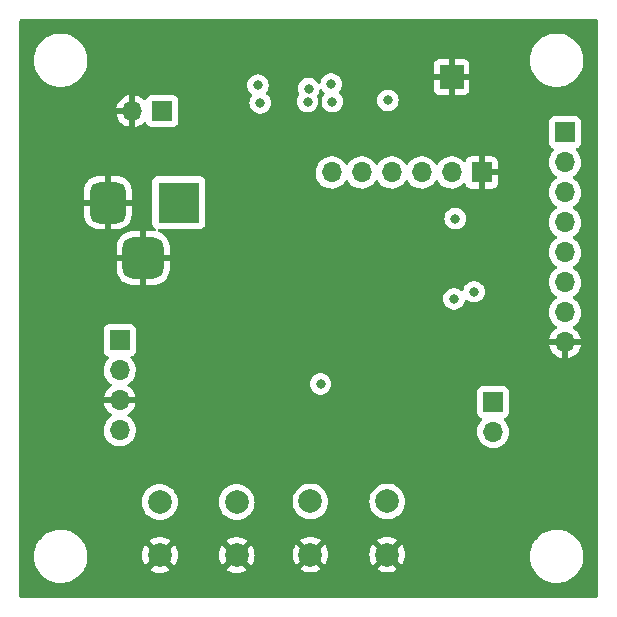
<source format=gbr>
%TF.GenerationSoftware,KiCad,Pcbnew,6.0.9-8da3e8f707~117~ubuntu22.04.1*%
%TF.CreationDate,2023-05-10T19:22:08-04:00*%
%TF.ProjectId,a2bikelight,61326269-6b65-46c6-9967-68742e6b6963,rev?*%
%TF.SameCoordinates,Original*%
%TF.FileFunction,Copper,L2,Inr*%
%TF.FilePolarity,Positive*%
%FSLAX46Y46*%
G04 Gerber Fmt 4.6, Leading zero omitted, Abs format (unit mm)*
G04 Created by KiCad (PCBNEW 6.0.9-8da3e8f707~117~ubuntu22.04.1) date 2023-05-10 19:22:08*
%MOMM*%
%LPD*%
G01*
G04 APERTURE LIST*
G04 Aperture macros list*
%AMRoundRect*
0 Rectangle with rounded corners*
0 $1 Rounding radius*
0 $2 $3 $4 $5 $6 $7 $8 $9 X,Y pos of 4 corners*
0 Add a 4 corners polygon primitive as box body*
4,1,4,$2,$3,$4,$5,$6,$7,$8,$9,$2,$3,0*
0 Add four circle primitives for the rounded corners*
1,1,$1+$1,$2,$3*
1,1,$1+$1,$4,$5*
1,1,$1+$1,$6,$7*
1,1,$1+$1,$8,$9*
0 Add four rect primitives between the rounded corners*
20,1,$1+$1,$2,$3,$4,$5,0*
20,1,$1+$1,$4,$5,$6,$7,0*
20,1,$1+$1,$6,$7,$8,$9,0*
20,1,$1+$1,$8,$9,$2,$3,0*%
G04 Aperture macros list end*
%TA.AperFunction,ComponentPad*%
%ADD10R,1.700000X1.700000*%
%TD*%
%TA.AperFunction,ComponentPad*%
%ADD11O,1.700000X1.700000*%
%TD*%
%TA.AperFunction,ComponentPad*%
%ADD12R,2.000000X2.000000*%
%TD*%
%TA.AperFunction,ComponentPad*%
%ADD13C,2.000000*%
%TD*%
%TA.AperFunction,ComponentPad*%
%ADD14R,3.500000X3.500000*%
%TD*%
%TA.AperFunction,ComponentPad*%
%ADD15RoundRect,0.750000X-0.750000X-1.000000X0.750000X-1.000000X0.750000X1.000000X-0.750000X1.000000X0*%
%TD*%
%TA.AperFunction,ComponentPad*%
%ADD16RoundRect,0.875000X-0.875000X-0.875000X0.875000X-0.875000X0.875000X0.875000X-0.875000X0.875000X0*%
%TD*%
%TA.AperFunction,ViaPad*%
%ADD17C,0.800000*%
%TD*%
G04 APERTURE END LIST*
D10*
%TO.N,Net-(J5-Pad1)*%
%TO.C,J5*%
X140600000Y-132925000D03*
D11*
%TO.N,Net-(J5-Pad2)*%
X140600000Y-135465000D03*
%TD*%
D12*
%TO.N,GND*%
%TO.C,TP1*%
X137100000Y-105400000D03*
%TD*%
D13*
%TO.N,GND*%
%TO.C,SW1*%
X125150000Y-145850000D03*
X131650000Y-145850000D03*
%TO.N,BUTTON*%
X131650000Y-141350000D03*
X125150000Y-141350000D03*
%TD*%
D10*
%TO.N,Net-(D1-Pad2)*%
%TO.C,J2*%
X112600000Y-108300000D03*
D11*
%TO.N,GND*%
X110060000Y-108300000D03*
%TD*%
D13*
%TO.N,GND*%
%TO.C,SW2*%
X112400000Y-145900000D03*
X118900000Y-145900000D03*
%TO.N,NRESET*%
X112400000Y-141400000D03*
X118900000Y-141400000D03*
%TD*%
D10*
%TO.N,GND*%
%TO.C,J4*%
X139650000Y-113500000D03*
D11*
%TO.N,unconnected-(J4-Pad2)*%
X137110000Y-113500000D03*
%TO.N,unconnected-(J4-Pad3)*%
X134570000Y-113500000D03*
%TO.N,SERIAL_INCOMING*%
X132030000Y-113500000D03*
%TO.N,SERIAL_OUTGOING*%
X129490000Y-113500000D03*
%TO.N,unconnected-(J4-Pad6)*%
X126950000Y-113500000D03*
%TD*%
D10*
%TO.N,VIN*%
%TO.C,J6*%
X146700000Y-110100000D03*
D11*
%TO.N,+3V3*%
X146700000Y-112640000D03*
%TO.N,PD6*%
X146700000Y-115180000D03*
%TO.N,PD5*%
X146700000Y-117720000D03*
%TO.N,PD4*%
X146700000Y-120260000D03*
%TO.N,PB7*%
X146700000Y-122800000D03*
%TO.N,LIGHT*%
X146700000Y-125340000D03*
%TO.N,GND*%
X146700000Y-127880000D03*
%TD*%
D14*
%TO.N,Net-(D1-Pad2)*%
%TO.C,J1*%
X114000000Y-116042500D03*
D15*
%TO.N,GND*%
X108000000Y-116042500D03*
D16*
X111000000Y-120742500D03*
%TD*%
D10*
%TO.N,unconnected-(J3-Pad1)*%
%TO.C,J3*%
X109000000Y-127700000D03*
D11*
%TO.N,SWIM*%
X109000000Y-130240000D03*
%TO.N,GND*%
X109000000Y-132780000D03*
%TO.N,NRESET*%
X109000000Y-135320000D03*
%TD*%
D17*
%TO.N,GND*%
X135300000Y-132700000D03*
X136900000Y-132800000D03*
X135800000Y-129300000D03*
X136800000Y-129300000D03*
X129200000Y-138800000D03*
X131300000Y-128200000D03*
X129400000Y-128200000D03*
X131300000Y-126300000D03*
X129400000Y-126300000D03*
X122800000Y-115700000D03*
X120700000Y-104500000D03*
X124800000Y-104400000D03*
X122800000Y-102600000D03*
X120900000Y-103300000D03*
X131900000Y-102800000D03*
X126000000Y-127400000D03*
X138500000Y-119200000D03*
%TO.N,+3V3*%
X137300000Y-124200000D03*
X126000000Y-131400000D03*
X124900000Y-107500000D03*
X120700000Y-106100000D03*
X139000000Y-123600000D03*
X137400000Y-117400000D03*
X131700000Y-107400000D03*
X125000000Y-106400000D03*
X127000000Y-107500000D03*
X126900000Y-106000000D03*
X120900000Y-107600000D03*
%TD*%
%TA.AperFunction,Conductor*%
%TO.N,GND*%
G36*
X149433621Y-100528502D02*
G01*
X149480114Y-100582158D01*
X149491500Y-100634500D01*
X149491500Y-149365500D01*
X149471498Y-149433621D01*
X149417842Y-149480114D01*
X149365500Y-149491500D01*
X100634500Y-149491500D01*
X100566379Y-149471498D01*
X100519886Y-149417842D01*
X100508500Y-149365500D01*
X100508500Y-146047404D01*
X101736941Y-146047404D01*
X101737304Y-146051552D01*
X101737304Y-146051556D01*
X101740794Y-146091446D01*
X101763091Y-146346292D01*
X101764001Y-146350364D01*
X101764002Y-146350369D01*
X101815814Y-146582163D01*
X101828540Y-146639095D01*
X101932140Y-146920671D01*
X101934084Y-146924359D01*
X101934088Y-146924367D01*
X102070116Y-147182367D01*
X102072069Y-147186071D01*
X102245871Y-147430633D01*
X102450490Y-147650061D01*
X102682333Y-147840498D01*
X102937325Y-147998600D01*
X103210988Y-148121589D01*
X103385368Y-148173574D01*
X103494514Y-148206112D01*
X103494516Y-148206112D01*
X103498513Y-148207304D01*
X103502633Y-148207957D01*
X103502635Y-148207957D01*
X103621509Y-148226785D01*
X103794848Y-148254239D01*
X103837577Y-148256179D01*
X103887262Y-148258436D01*
X103887281Y-148258436D01*
X103888681Y-148258500D01*
X104076107Y-148258500D01*
X104299370Y-148243671D01*
X104303464Y-148242846D01*
X104303468Y-148242845D01*
X104444513Y-148214405D01*
X104593480Y-148184368D01*
X104877163Y-148086688D01*
X104880896Y-148084819D01*
X104880900Y-148084817D01*
X105141691Y-147954222D01*
X105141693Y-147954221D01*
X105145435Y-147952347D01*
X105393584Y-147783706D01*
X105617248Y-147583726D01*
X105619966Y-147580555D01*
X105809779Y-147359097D01*
X105809782Y-147359093D01*
X105812499Y-147355923D01*
X105814773Y-147352421D01*
X105814777Y-147352416D01*
X105957482Y-147132670D01*
X111532160Y-147132670D01*
X111537887Y-147140320D01*
X111709042Y-147245205D01*
X111717837Y-147249687D01*
X111927988Y-147336734D01*
X111937373Y-147339783D01*
X112158554Y-147392885D01*
X112168301Y-147394428D01*
X112395070Y-147412275D01*
X112404930Y-147412275D01*
X112631699Y-147394428D01*
X112641446Y-147392885D01*
X112862627Y-147339783D01*
X112872012Y-147336734D01*
X113082163Y-147249687D01*
X113090958Y-147245205D01*
X113258445Y-147142568D01*
X113267400Y-147132670D01*
X118032160Y-147132670D01*
X118037887Y-147140320D01*
X118209042Y-147245205D01*
X118217837Y-147249687D01*
X118427988Y-147336734D01*
X118437373Y-147339783D01*
X118658554Y-147392885D01*
X118668301Y-147394428D01*
X118895070Y-147412275D01*
X118904930Y-147412275D01*
X119131699Y-147394428D01*
X119141446Y-147392885D01*
X119362627Y-147339783D01*
X119372012Y-147336734D01*
X119582163Y-147249687D01*
X119590958Y-147245205D01*
X119758445Y-147142568D01*
X119767907Y-147132110D01*
X119764124Y-147123334D01*
X119723460Y-147082670D01*
X124282160Y-147082670D01*
X124287887Y-147090320D01*
X124459042Y-147195205D01*
X124467837Y-147199687D01*
X124677988Y-147286734D01*
X124687373Y-147289783D01*
X124908554Y-147342885D01*
X124918301Y-147344428D01*
X125145070Y-147362275D01*
X125154930Y-147362275D01*
X125381699Y-147344428D01*
X125391446Y-147342885D01*
X125612627Y-147289783D01*
X125622012Y-147286734D01*
X125832163Y-147199687D01*
X125840958Y-147195205D01*
X126008445Y-147092568D01*
X126017400Y-147082670D01*
X130782160Y-147082670D01*
X130787887Y-147090320D01*
X130959042Y-147195205D01*
X130967837Y-147199687D01*
X131177988Y-147286734D01*
X131187373Y-147289783D01*
X131408554Y-147342885D01*
X131418301Y-147344428D01*
X131645070Y-147362275D01*
X131654930Y-147362275D01*
X131881699Y-147344428D01*
X131891446Y-147342885D01*
X132112627Y-147289783D01*
X132122012Y-147286734D01*
X132332163Y-147199687D01*
X132340958Y-147195205D01*
X132508445Y-147092568D01*
X132517907Y-147082110D01*
X132514124Y-147073334D01*
X131662812Y-146222022D01*
X131648868Y-146214408D01*
X131647035Y-146214539D01*
X131640420Y-146218790D01*
X130788920Y-147070290D01*
X130782160Y-147082670D01*
X126017400Y-147082670D01*
X126017907Y-147082110D01*
X126014124Y-147073334D01*
X125162812Y-146222022D01*
X125148868Y-146214408D01*
X125147035Y-146214539D01*
X125140420Y-146218790D01*
X124288920Y-147070290D01*
X124282160Y-147082670D01*
X119723460Y-147082670D01*
X118912812Y-146272022D01*
X118898868Y-146264408D01*
X118897035Y-146264539D01*
X118890420Y-146268790D01*
X118038920Y-147120290D01*
X118032160Y-147132670D01*
X113267400Y-147132670D01*
X113267907Y-147132110D01*
X113264124Y-147123334D01*
X112412812Y-146272022D01*
X112398868Y-146264408D01*
X112397035Y-146264539D01*
X112390420Y-146268790D01*
X111538920Y-147120290D01*
X111532160Y-147132670D01*
X105957482Y-147132670D01*
X105973628Y-147107807D01*
X105973631Y-147107802D01*
X105975907Y-147104297D01*
X106104600Y-146833270D01*
X106125608Y-146767840D01*
X106195038Y-146551591D01*
X106195038Y-146551590D01*
X106196318Y-146547604D01*
X106236908Y-146322012D01*
X106248709Y-146256425D01*
X106248710Y-146256420D01*
X106249448Y-146252316D01*
X106250971Y-146218790D01*
X106262870Y-145956766D01*
X106262870Y-145956760D01*
X106263059Y-145952596D01*
X106259296Y-145909580D01*
X106258889Y-145904930D01*
X110887725Y-145904930D01*
X110905572Y-146131699D01*
X110907115Y-146141446D01*
X110960217Y-146362627D01*
X110963266Y-146372012D01*
X111050313Y-146582163D01*
X111054795Y-146590958D01*
X111157432Y-146758445D01*
X111167890Y-146767907D01*
X111176666Y-146764124D01*
X112027978Y-145912812D01*
X112034356Y-145901132D01*
X112764408Y-145901132D01*
X112764539Y-145902965D01*
X112768790Y-145909580D01*
X113620290Y-146761080D01*
X113632670Y-146767840D01*
X113640320Y-146762113D01*
X113745205Y-146590958D01*
X113749687Y-146582163D01*
X113836734Y-146372012D01*
X113839783Y-146362627D01*
X113892885Y-146141446D01*
X113894428Y-146131699D01*
X113912275Y-145904930D01*
X117387725Y-145904930D01*
X117405572Y-146131699D01*
X117407115Y-146141446D01*
X117460217Y-146362627D01*
X117463266Y-146372012D01*
X117550313Y-146582163D01*
X117554795Y-146590958D01*
X117657432Y-146758445D01*
X117667890Y-146767907D01*
X117676666Y-146764124D01*
X118527978Y-145912812D01*
X118534356Y-145901132D01*
X119264408Y-145901132D01*
X119264539Y-145902965D01*
X119268790Y-145909580D01*
X120120290Y-146761080D01*
X120132670Y-146767840D01*
X120140320Y-146762113D01*
X120245205Y-146590958D01*
X120249687Y-146582163D01*
X120336734Y-146372012D01*
X120339783Y-146362627D01*
X120392885Y-146141446D01*
X120394428Y-146131699D01*
X120412275Y-145904930D01*
X120412275Y-145895070D01*
X120409116Y-145854930D01*
X123637725Y-145854930D01*
X123655572Y-146081699D01*
X123657115Y-146091446D01*
X123710217Y-146312627D01*
X123713266Y-146322012D01*
X123800313Y-146532163D01*
X123804795Y-146540958D01*
X123907432Y-146708445D01*
X123917890Y-146717907D01*
X123926666Y-146714124D01*
X124777978Y-145862812D01*
X124784356Y-145851132D01*
X125514408Y-145851132D01*
X125514539Y-145852965D01*
X125518790Y-145859580D01*
X126370290Y-146711080D01*
X126382670Y-146717840D01*
X126390320Y-146712113D01*
X126495205Y-146540958D01*
X126499687Y-146532163D01*
X126586734Y-146322012D01*
X126589783Y-146312627D01*
X126642885Y-146091446D01*
X126644428Y-146081699D01*
X126662275Y-145854930D01*
X130137725Y-145854930D01*
X130155572Y-146081699D01*
X130157115Y-146091446D01*
X130210217Y-146312627D01*
X130213266Y-146322012D01*
X130300313Y-146532163D01*
X130304795Y-146540958D01*
X130407432Y-146708445D01*
X130417890Y-146717907D01*
X130426666Y-146714124D01*
X131277978Y-145862812D01*
X131284356Y-145851132D01*
X132014408Y-145851132D01*
X132014539Y-145852965D01*
X132018790Y-145859580D01*
X132870290Y-146711080D01*
X132882670Y-146717840D01*
X132890320Y-146712113D01*
X132995205Y-146540958D01*
X132999687Y-146532163D01*
X133086734Y-146322012D01*
X133089783Y-146312627D01*
X133142885Y-146091446D01*
X133144428Y-146081699D01*
X133147127Y-146047404D01*
X143736941Y-146047404D01*
X143737304Y-146051552D01*
X143737304Y-146051556D01*
X143740794Y-146091446D01*
X143763091Y-146346292D01*
X143764001Y-146350364D01*
X143764002Y-146350369D01*
X143815814Y-146582163D01*
X143828540Y-146639095D01*
X143932140Y-146920671D01*
X143934084Y-146924359D01*
X143934088Y-146924367D01*
X144070116Y-147182367D01*
X144072069Y-147186071D01*
X144245871Y-147430633D01*
X144450490Y-147650061D01*
X144682333Y-147840498D01*
X144937325Y-147998600D01*
X145210988Y-148121589D01*
X145385368Y-148173574D01*
X145494514Y-148206112D01*
X145494516Y-148206112D01*
X145498513Y-148207304D01*
X145502633Y-148207957D01*
X145502635Y-148207957D01*
X145621509Y-148226785D01*
X145794848Y-148254239D01*
X145837577Y-148256179D01*
X145887262Y-148258436D01*
X145887281Y-148258436D01*
X145888681Y-148258500D01*
X146076107Y-148258500D01*
X146299370Y-148243671D01*
X146303464Y-148242846D01*
X146303468Y-148242845D01*
X146444513Y-148214405D01*
X146593480Y-148184368D01*
X146877163Y-148086688D01*
X146880896Y-148084819D01*
X146880900Y-148084817D01*
X147141691Y-147954222D01*
X147141693Y-147954221D01*
X147145435Y-147952347D01*
X147393584Y-147783706D01*
X147617248Y-147583726D01*
X147619966Y-147580555D01*
X147809779Y-147359097D01*
X147809782Y-147359093D01*
X147812499Y-147355923D01*
X147814773Y-147352421D01*
X147814777Y-147352416D01*
X147973628Y-147107807D01*
X147973631Y-147107802D01*
X147975907Y-147104297D01*
X148104600Y-146833270D01*
X148125608Y-146767840D01*
X148195038Y-146551591D01*
X148195038Y-146551590D01*
X148196318Y-146547604D01*
X148236908Y-146322012D01*
X148248709Y-146256425D01*
X148248710Y-146256420D01*
X148249448Y-146252316D01*
X148250971Y-146218790D01*
X148262870Y-145956766D01*
X148262870Y-145956760D01*
X148263059Y-145952596D01*
X148259296Y-145909580D01*
X148237273Y-145657870D01*
X148236909Y-145653708D01*
X148199302Y-145485461D01*
X148172372Y-145364984D01*
X148172371Y-145364981D01*
X148171460Y-145360905D01*
X148067860Y-145079329D01*
X148065916Y-145075641D01*
X148065912Y-145075633D01*
X147929884Y-144817633D01*
X147929883Y-144817632D01*
X147927931Y-144813929D01*
X147754129Y-144569367D01*
X147549510Y-144349939D01*
X147317667Y-144159502D01*
X147062675Y-144001400D01*
X146789012Y-143878411D01*
X146575650Y-143814805D01*
X146505486Y-143793888D01*
X146505484Y-143793888D01*
X146501487Y-143792696D01*
X146497367Y-143792043D01*
X146497365Y-143792043D01*
X146378491Y-143773215D01*
X146205152Y-143745761D01*
X146162423Y-143743821D01*
X146112738Y-143741564D01*
X146112719Y-143741564D01*
X146111319Y-143741500D01*
X145923893Y-143741500D01*
X145700630Y-143756329D01*
X145696536Y-143757154D01*
X145696532Y-143757155D01*
X145555487Y-143785595D01*
X145406520Y-143815632D01*
X145122837Y-143913312D01*
X145119104Y-143915181D01*
X145119100Y-143915183D01*
X144858309Y-144045778D01*
X144854565Y-144047653D01*
X144606416Y-144216294D01*
X144382752Y-144416274D01*
X144380035Y-144419444D01*
X144380034Y-144419445D01*
X144216983Y-144609680D01*
X144187501Y-144644077D01*
X144185227Y-144647579D01*
X144185223Y-144647584D01*
X144074792Y-144817633D01*
X144024093Y-144895703D01*
X143895400Y-145166730D01*
X143803682Y-145452396D01*
X143750552Y-145747684D01*
X143750363Y-145751851D01*
X143750362Y-145751858D01*
X143743500Y-145902965D01*
X143736941Y-146047404D01*
X133147127Y-146047404D01*
X133162275Y-145854930D01*
X133162275Y-145845070D01*
X133144428Y-145618301D01*
X133142885Y-145608554D01*
X133089783Y-145387373D01*
X133086734Y-145377988D01*
X132999687Y-145167837D01*
X132995205Y-145159042D01*
X132892568Y-144991555D01*
X132882110Y-144982093D01*
X132873334Y-144985876D01*
X132022022Y-145837188D01*
X132014408Y-145851132D01*
X131284356Y-145851132D01*
X131285592Y-145848868D01*
X131285461Y-145847035D01*
X131281210Y-145840420D01*
X130429710Y-144988920D01*
X130417330Y-144982160D01*
X130409680Y-144987887D01*
X130304795Y-145159042D01*
X130300313Y-145167837D01*
X130213266Y-145377988D01*
X130210217Y-145387373D01*
X130157115Y-145608554D01*
X130155572Y-145618301D01*
X130137725Y-145845070D01*
X130137725Y-145854930D01*
X126662275Y-145854930D01*
X126662275Y-145845070D01*
X126644428Y-145618301D01*
X126642885Y-145608554D01*
X126589783Y-145387373D01*
X126586734Y-145377988D01*
X126499687Y-145167837D01*
X126495205Y-145159042D01*
X126392568Y-144991555D01*
X126382110Y-144982093D01*
X126373334Y-144985876D01*
X125522022Y-145837188D01*
X125514408Y-145851132D01*
X124784356Y-145851132D01*
X124785592Y-145848868D01*
X124785461Y-145847035D01*
X124781210Y-145840420D01*
X123929710Y-144988920D01*
X123917330Y-144982160D01*
X123909680Y-144987887D01*
X123804795Y-145159042D01*
X123800313Y-145167837D01*
X123713266Y-145377988D01*
X123710217Y-145387373D01*
X123657115Y-145608554D01*
X123655572Y-145618301D01*
X123637725Y-145845070D01*
X123637725Y-145854930D01*
X120409116Y-145854930D01*
X120394428Y-145668301D01*
X120392885Y-145658554D01*
X120339783Y-145437373D01*
X120336734Y-145427988D01*
X120249687Y-145217837D01*
X120245205Y-145209042D01*
X120142568Y-145041555D01*
X120132110Y-145032093D01*
X120123334Y-145035876D01*
X119272022Y-145887188D01*
X119264408Y-145901132D01*
X118534356Y-145901132D01*
X118535592Y-145898868D01*
X118535461Y-145897035D01*
X118531210Y-145890420D01*
X117679710Y-145038920D01*
X117667330Y-145032160D01*
X117659680Y-145037887D01*
X117554795Y-145209042D01*
X117550313Y-145217837D01*
X117463266Y-145427988D01*
X117460217Y-145437373D01*
X117407115Y-145658554D01*
X117405572Y-145668301D01*
X117387725Y-145895070D01*
X117387725Y-145904930D01*
X113912275Y-145904930D01*
X113912275Y-145895070D01*
X113894428Y-145668301D01*
X113892885Y-145658554D01*
X113839783Y-145437373D01*
X113836734Y-145427988D01*
X113749687Y-145217837D01*
X113745205Y-145209042D01*
X113642568Y-145041555D01*
X113632110Y-145032093D01*
X113623334Y-145035876D01*
X112772022Y-145887188D01*
X112764408Y-145901132D01*
X112034356Y-145901132D01*
X112035592Y-145898868D01*
X112035461Y-145897035D01*
X112031210Y-145890420D01*
X111179710Y-145038920D01*
X111167330Y-145032160D01*
X111159680Y-145037887D01*
X111054795Y-145209042D01*
X111050313Y-145217837D01*
X110963266Y-145427988D01*
X110960217Y-145437373D01*
X110907115Y-145658554D01*
X110905572Y-145668301D01*
X110887725Y-145895070D01*
X110887725Y-145904930D01*
X106258889Y-145904930D01*
X106237273Y-145657870D01*
X106236909Y-145653708D01*
X106199302Y-145485461D01*
X106172372Y-145364984D01*
X106172371Y-145364981D01*
X106171460Y-145360905D01*
X106067860Y-145079329D01*
X106065916Y-145075641D01*
X106065912Y-145075633D01*
X105929884Y-144817633D01*
X105929883Y-144817632D01*
X105927931Y-144813929D01*
X105824146Y-144667890D01*
X111532093Y-144667890D01*
X111535876Y-144676666D01*
X112387188Y-145527978D01*
X112401132Y-145535592D01*
X112402965Y-145535461D01*
X112409580Y-145531210D01*
X113261080Y-144679710D01*
X113267534Y-144667890D01*
X118032093Y-144667890D01*
X118035876Y-144676666D01*
X118887188Y-145527978D01*
X118901132Y-145535592D01*
X118902965Y-145535461D01*
X118909580Y-145531210D01*
X119761080Y-144679710D01*
X119767840Y-144667330D01*
X119762113Y-144659680D01*
X119693919Y-144617890D01*
X124282093Y-144617890D01*
X124285876Y-144626666D01*
X125137188Y-145477978D01*
X125151132Y-145485592D01*
X125152965Y-145485461D01*
X125159580Y-145481210D01*
X126011080Y-144629710D01*
X126017534Y-144617890D01*
X130782093Y-144617890D01*
X130785876Y-144626666D01*
X131637188Y-145477978D01*
X131651132Y-145485592D01*
X131652965Y-145485461D01*
X131659580Y-145481210D01*
X132511080Y-144629710D01*
X132517840Y-144617330D01*
X132512113Y-144609680D01*
X132340958Y-144504795D01*
X132332163Y-144500313D01*
X132122012Y-144413266D01*
X132112627Y-144410217D01*
X131891446Y-144357115D01*
X131881699Y-144355572D01*
X131654930Y-144337725D01*
X131645070Y-144337725D01*
X131418301Y-144355572D01*
X131408554Y-144357115D01*
X131187373Y-144410217D01*
X131177988Y-144413266D01*
X130967837Y-144500313D01*
X130959042Y-144504795D01*
X130791555Y-144607432D01*
X130782093Y-144617890D01*
X126017534Y-144617890D01*
X126017840Y-144617330D01*
X126012113Y-144609680D01*
X125840958Y-144504795D01*
X125832163Y-144500313D01*
X125622012Y-144413266D01*
X125612627Y-144410217D01*
X125391446Y-144357115D01*
X125381699Y-144355572D01*
X125154930Y-144337725D01*
X125145070Y-144337725D01*
X124918301Y-144355572D01*
X124908554Y-144357115D01*
X124687373Y-144410217D01*
X124677988Y-144413266D01*
X124467837Y-144500313D01*
X124459042Y-144504795D01*
X124291555Y-144607432D01*
X124282093Y-144617890D01*
X119693919Y-144617890D01*
X119590958Y-144554795D01*
X119582163Y-144550313D01*
X119372012Y-144463266D01*
X119362627Y-144460217D01*
X119141446Y-144407115D01*
X119131699Y-144405572D01*
X118904930Y-144387725D01*
X118895070Y-144387725D01*
X118668301Y-144405572D01*
X118658554Y-144407115D01*
X118437373Y-144460217D01*
X118427988Y-144463266D01*
X118217837Y-144550313D01*
X118209042Y-144554795D01*
X118041555Y-144657432D01*
X118032093Y-144667890D01*
X113267534Y-144667890D01*
X113267840Y-144667330D01*
X113262113Y-144659680D01*
X113090958Y-144554795D01*
X113082163Y-144550313D01*
X112872012Y-144463266D01*
X112862627Y-144460217D01*
X112641446Y-144407115D01*
X112631699Y-144405572D01*
X112404930Y-144387725D01*
X112395070Y-144387725D01*
X112168301Y-144405572D01*
X112158554Y-144407115D01*
X111937373Y-144460217D01*
X111927988Y-144463266D01*
X111717837Y-144550313D01*
X111709042Y-144554795D01*
X111541555Y-144657432D01*
X111532093Y-144667890D01*
X105824146Y-144667890D01*
X105754129Y-144569367D01*
X105549510Y-144349939D01*
X105317667Y-144159502D01*
X105062675Y-144001400D01*
X104789012Y-143878411D01*
X104575650Y-143814805D01*
X104505486Y-143793888D01*
X104505484Y-143793888D01*
X104501487Y-143792696D01*
X104497367Y-143792043D01*
X104497365Y-143792043D01*
X104378491Y-143773215D01*
X104205152Y-143745761D01*
X104162423Y-143743821D01*
X104112738Y-143741564D01*
X104112719Y-143741564D01*
X104111319Y-143741500D01*
X103923893Y-143741500D01*
X103700630Y-143756329D01*
X103696536Y-143757154D01*
X103696532Y-143757155D01*
X103555487Y-143785595D01*
X103406520Y-143815632D01*
X103122837Y-143913312D01*
X103119104Y-143915181D01*
X103119100Y-143915183D01*
X102858309Y-144045778D01*
X102854565Y-144047653D01*
X102606416Y-144216294D01*
X102382752Y-144416274D01*
X102380035Y-144419444D01*
X102380034Y-144419445D01*
X102216983Y-144609680D01*
X102187501Y-144644077D01*
X102185227Y-144647579D01*
X102185223Y-144647584D01*
X102074792Y-144817633D01*
X102024093Y-144895703D01*
X101895400Y-145166730D01*
X101803682Y-145452396D01*
X101750552Y-145747684D01*
X101750363Y-145751851D01*
X101750362Y-145751858D01*
X101743500Y-145902965D01*
X101736941Y-146047404D01*
X100508500Y-146047404D01*
X100508500Y-141400000D01*
X110886835Y-141400000D01*
X110905465Y-141636711D01*
X110960895Y-141867594D01*
X111051760Y-142086963D01*
X111054346Y-142091183D01*
X111173241Y-142285202D01*
X111173245Y-142285208D01*
X111175824Y-142289416D01*
X111330031Y-142469969D01*
X111510584Y-142624176D01*
X111514792Y-142626755D01*
X111514798Y-142626759D01*
X111634537Y-142700135D01*
X111713037Y-142748240D01*
X111717607Y-142750133D01*
X111717611Y-142750135D01*
X111927833Y-142837211D01*
X111932406Y-142839105D01*
X112012609Y-142858360D01*
X112158476Y-142893380D01*
X112158482Y-142893381D01*
X112163289Y-142894535D01*
X112400000Y-142913165D01*
X112636711Y-142894535D01*
X112641518Y-142893381D01*
X112641524Y-142893380D01*
X112787391Y-142858360D01*
X112867594Y-142839105D01*
X112872167Y-142837211D01*
X113082389Y-142750135D01*
X113082393Y-142750133D01*
X113086963Y-142748240D01*
X113165463Y-142700135D01*
X113285202Y-142626759D01*
X113285208Y-142626755D01*
X113289416Y-142624176D01*
X113469969Y-142469969D01*
X113624176Y-142289416D01*
X113626755Y-142285208D01*
X113626759Y-142285202D01*
X113745654Y-142091183D01*
X113748240Y-142086963D01*
X113839105Y-141867594D01*
X113894535Y-141636711D01*
X113913165Y-141400000D01*
X117386835Y-141400000D01*
X117405465Y-141636711D01*
X117460895Y-141867594D01*
X117551760Y-142086963D01*
X117554346Y-142091183D01*
X117673241Y-142285202D01*
X117673245Y-142285208D01*
X117675824Y-142289416D01*
X117830031Y-142469969D01*
X118010584Y-142624176D01*
X118014792Y-142626755D01*
X118014798Y-142626759D01*
X118134537Y-142700135D01*
X118213037Y-142748240D01*
X118217607Y-142750133D01*
X118217611Y-142750135D01*
X118427833Y-142837211D01*
X118432406Y-142839105D01*
X118512609Y-142858360D01*
X118658476Y-142893380D01*
X118658482Y-142893381D01*
X118663289Y-142894535D01*
X118900000Y-142913165D01*
X119136711Y-142894535D01*
X119141518Y-142893381D01*
X119141524Y-142893380D01*
X119287391Y-142858360D01*
X119367594Y-142839105D01*
X119372167Y-142837211D01*
X119582389Y-142750135D01*
X119582393Y-142750133D01*
X119586963Y-142748240D01*
X119665463Y-142700135D01*
X119785202Y-142626759D01*
X119785208Y-142626755D01*
X119789416Y-142624176D01*
X119969969Y-142469969D01*
X120124176Y-142289416D01*
X120126755Y-142285208D01*
X120126759Y-142285202D01*
X120245654Y-142091183D01*
X120248240Y-142086963D01*
X120339105Y-141867594D01*
X120394535Y-141636711D01*
X120413165Y-141400000D01*
X120409230Y-141350000D01*
X123636835Y-141350000D01*
X123655465Y-141586711D01*
X123710895Y-141817594D01*
X123712788Y-141822165D01*
X123712789Y-141822167D01*
X123733500Y-141872167D01*
X123801760Y-142036963D01*
X123804346Y-142041183D01*
X123923241Y-142235202D01*
X123923245Y-142235208D01*
X123925824Y-142239416D01*
X124080031Y-142419969D01*
X124260584Y-142574176D01*
X124264792Y-142576755D01*
X124264798Y-142576759D01*
X124336936Y-142620965D01*
X124463037Y-142698240D01*
X124467607Y-142700133D01*
X124467611Y-142700135D01*
X124577505Y-142745654D01*
X124682406Y-142789105D01*
X124762609Y-142808360D01*
X124908476Y-142843380D01*
X124908482Y-142843381D01*
X124913289Y-142844535D01*
X125150000Y-142863165D01*
X125386711Y-142844535D01*
X125391518Y-142843381D01*
X125391524Y-142843380D01*
X125537391Y-142808360D01*
X125617594Y-142789105D01*
X125722495Y-142745654D01*
X125832389Y-142700135D01*
X125832393Y-142700133D01*
X125836963Y-142698240D01*
X125963064Y-142620965D01*
X126035202Y-142576759D01*
X126035208Y-142576755D01*
X126039416Y-142574176D01*
X126219969Y-142419969D01*
X126374176Y-142239416D01*
X126376755Y-142235208D01*
X126376759Y-142235202D01*
X126495654Y-142041183D01*
X126498240Y-142036963D01*
X126566501Y-141872167D01*
X126587211Y-141822167D01*
X126587212Y-141822165D01*
X126589105Y-141817594D01*
X126644535Y-141586711D01*
X126663165Y-141350000D01*
X130136835Y-141350000D01*
X130155465Y-141586711D01*
X130210895Y-141817594D01*
X130212788Y-141822165D01*
X130212789Y-141822167D01*
X130233500Y-141872167D01*
X130301760Y-142036963D01*
X130304346Y-142041183D01*
X130423241Y-142235202D01*
X130423245Y-142235208D01*
X130425824Y-142239416D01*
X130580031Y-142419969D01*
X130760584Y-142574176D01*
X130764792Y-142576755D01*
X130764798Y-142576759D01*
X130836936Y-142620965D01*
X130963037Y-142698240D01*
X130967607Y-142700133D01*
X130967611Y-142700135D01*
X131077505Y-142745654D01*
X131182406Y-142789105D01*
X131262609Y-142808360D01*
X131408476Y-142843380D01*
X131408482Y-142843381D01*
X131413289Y-142844535D01*
X131650000Y-142863165D01*
X131886711Y-142844535D01*
X131891518Y-142843381D01*
X131891524Y-142843380D01*
X132037391Y-142808360D01*
X132117594Y-142789105D01*
X132222495Y-142745654D01*
X132332389Y-142700135D01*
X132332393Y-142700133D01*
X132336963Y-142698240D01*
X132463064Y-142620965D01*
X132535202Y-142576759D01*
X132535208Y-142576755D01*
X132539416Y-142574176D01*
X132719969Y-142419969D01*
X132874176Y-142239416D01*
X132876755Y-142235208D01*
X132876759Y-142235202D01*
X132995654Y-142041183D01*
X132998240Y-142036963D01*
X133066501Y-141872167D01*
X133087211Y-141822167D01*
X133087212Y-141822165D01*
X133089105Y-141817594D01*
X133144535Y-141586711D01*
X133163165Y-141350000D01*
X133144535Y-141113289D01*
X133089105Y-140882406D01*
X132998240Y-140663037D01*
X132907399Y-140514798D01*
X132876759Y-140464798D01*
X132876755Y-140464792D01*
X132874176Y-140460584D01*
X132719969Y-140280031D01*
X132539416Y-140125824D01*
X132535208Y-140123245D01*
X132535202Y-140123241D01*
X132341183Y-140004346D01*
X132336963Y-140001760D01*
X132332393Y-139999867D01*
X132332389Y-139999865D01*
X132122167Y-139912789D01*
X132122165Y-139912788D01*
X132117594Y-139910895D01*
X132017377Y-139886835D01*
X131891524Y-139856620D01*
X131891518Y-139856619D01*
X131886711Y-139855465D01*
X131650000Y-139836835D01*
X131413289Y-139855465D01*
X131408482Y-139856619D01*
X131408476Y-139856620D01*
X131282623Y-139886835D01*
X131182406Y-139910895D01*
X131177835Y-139912788D01*
X131177833Y-139912789D01*
X130967611Y-139999865D01*
X130967607Y-139999867D01*
X130963037Y-140001760D01*
X130958817Y-140004346D01*
X130764798Y-140123241D01*
X130764792Y-140123245D01*
X130760584Y-140125824D01*
X130580031Y-140280031D01*
X130425824Y-140460584D01*
X130423245Y-140464792D01*
X130423241Y-140464798D01*
X130392601Y-140514798D01*
X130301760Y-140663037D01*
X130210895Y-140882406D01*
X130155465Y-141113289D01*
X130136835Y-141350000D01*
X126663165Y-141350000D01*
X126644535Y-141113289D01*
X126589105Y-140882406D01*
X126498240Y-140663037D01*
X126407399Y-140514798D01*
X126376759Y-140464798D01*
X126376755Y-140464792D01*
X126374176Y-140460584D01*
X126219969Y-140280031D01*
X126039416Y-140125824D01*
X126035208Y-140123245D01*
X126035202Y-140123241D01*
X125841183Y-140004346D01*
X125836963Y-140001760D01*
X125832393Y-139999867D01*
X125832389Y-139999865D01*
X125622167Y-139912789D01*
X125622165Y-139912788D01*
X125617594Y-139910895D01*
X125517377Y-139886835D01*
X125391524Y-139856620D01*
X125391518Y-139856619D01*
X125386711Y-139855465D01*
X125150000Y-139836835D01*
X124913289Y-139855465D01*
X124908482Y-139856619D01*
X124908476Y-139856620D01*
X124782623Y-139886835D01*
X124682406Y-139910895D01*
X124677835Y-139912788D01*
X124677833Y-139912789D01*
X124467611Y-139999865D01*
X124467607Y-139999867D01*
X124463037Y-140001760D01*
X124458817Y-140004346D01*
X124264798Y-140123241D01*
X124264792Y-140123245D01*
X124260584Y-140125824D01*
X124080031Y-140280031D01*
X123925824Y-140460584D01*
X123923245Y-140464792D01*
X123923241Y-140464798D01*
X123892601Y-140514798D01*
X123801760Y-140663037D01*
X123710895Y-140882406D01*
X123655465Y-141113289D01*
X123636835Y-141350000D01*
X120409230Y-141350000D01*
X120394535Y-141163289D01*
X120339105Y-140932406D01*
X120320388Y-140887218D01*
X120250135Y-140717611D01*
X120250133Y-140717607D01*
X120248240Y-140713037D01*
X120215014Y-140658817D01*
X120126759Y-140514798D01*
X120126755Y-140514792D01*
X120124176Y-140510584D01*
X119969969Y-140330031D01*
X119789416Y-140175824D01*
X119785208Y-140173245D01*
X119785202Y-140173241D01*
X119591183Y-140054346D01*
X119586963Y-140051760D01*
X119582393Y-140049867D01*
X119582389Y-140049865D01*
X119372167Y-139962789D01*
X119372165Y-139962788D01*
X119367594Y-139960895D01*
X119287391Y-139941640D01*
X119141524Y-139906620D01*
X119141518Y-139906619D01*
X119136711Y-139905465D01*
X118900000Y-139886835D01*
X118663289Y-139905465D01*
X118658482Y-139906619D01*
X118658476Y-139906620D01*
X118512609Y-139941640D01*
X118432406Y-139960895D01*
X118427835Y-139962788D01*
X118427833Y-139962789D01*
X118217611Y-140049865D01*
X118217607Y-140049867D01*
X118213037Y-140051760D01*
X118208817Y-140054346D01*
X118014798Y-140173241D01*
X118014792Y-140173245D01*
X118010584Y-140175824D01*
X117830031Y-140330031D01*
X117675824Y-140510584D01*
X117673245Y-140514792D01*
X117673241Y-140514798D01*
X117584986Y-140658817D01*
X117551760Y-140713037D01*
X117549867Y-140717607D01*
X117549865Y-140717611D01*
X117479612Y-140887218D01*
X117460895Y-140932406D01*
X117405465Y-141163289D01*
X117386835Y-141400000D01*
X113913165Y-141400000D01*
X113894535Y-141163289D01*
X113839105Y-140932406D01*
X113820388Y-140887218D01*
X113750135Y-140717611D01*
X113750133Y-140717607D01*
X113748240Y-140713037D01*
X113715014Y-140658817D01*
X113626759Y-140514798D01*
X113626755Y-140514792D01*
X113624176Y-140510584D01*
X113469969Y-140330031D01*
X113289416Y-140175824D01*
X113285208Y-140173245D01*
X113285202Y-140173241D01*
X113091183Y-140054346D01*
X113086963Y-140051760D01*
X113082393Y-140049867D01*
X113082389Y-140049865D01*
X112872167Y-139962789D01*
X112872165Y-139962788D01*
X112867594Y-139960895D01*
X112787391Y-139941640D01*
X112641524Y-139906620D01*
X112641518Y-139906619D01*
X112636711Y-139905465D01*
X112400000Y-139886835D01*
X112163289Y-139905465D01*
X112158482Y-139906619D01*
X112158476Y-139906620D01*
X112012609Y-139941640D01*
X111932406Y-139960895D01*
X111927835Y-139962788D01*
X111927833Y-139962789D01*
X111717611Y-140049865D01*
X111717607Y-140049867D01*
X111713037Y-140051760D01*
X111708817Y-140054346D01*
X111514798Y-140173241D01*
X111514792Y-140173245D01*
X111510584Y-140175824D01*
X111330031Y-140330031D01*
X111175824Y-140510584D01*
X111173245Y-140514792D01*
X111173241Y-140514798D01*
X111084986Y-140658817D01*
X111051760Y-140713037D01*
X111049867Y-140717607D01*
X111049865Y-140717611D01*
X110979612Y-140887218D01*
X110960895Y-140932406D01*
X110905465Y-141163289D01*
X110886835Y-141400000D01*
X100508500Y-141400000D01*
X100508500Y-135286695D01*
X107637251Y-135286695D01*
X107637548Y-135291848D01*
X107637548Y-135291851D01*
X107645611Y-135431695D01*
X107650110Y-135509715D01*
X107651247Y-135514761D01*
X107651248Y-135514767D01*
X107671119Y-135602939D01*
X107699222Y-135727639D01*
X107783266Y-135934616D01*
X107785965Y-135939020D01*
X107874821Y-136084020D01*
X107899987Y-136125088D01*
X108046250Y-136293938D01*
X108218126Y-136436632D01*
X108411000Y-136549338D01*
X108619692Y-136629030D01*
X108624760Y-136630061D01*
X108624763Y-136630062D01*
X108732017Y-136651883D01*
X108838597Y-136673567D01*
X108843772Y-136673757D01*
X108843774Y-136673757D01*
X109056673Y-136681564D01*
X109056677Y-136681564D01*
X109061837Y-136681753D01*
X109066957Y-136681097D01*
X109066959Y-136681097D01*
X109278288Y-136654025D01*
X109278289Y-136654025D01*
X109283416Y-136653368D01*
X109288366Y-136651883D01*
X109492429Y-136590661D01*
X109492434Y-136590659D01*
X109497384Y-136589174D01*
X109697994Y-136490896D01*
X109879860Y-136361173D01*
X109892589Y-136348489D01*
X110034435Y-136207137D01*
X110038096Y-136203489D01*
X110097594Y-136120689D01*
X110165435Y-136026277D01*
X110168453Y-136022077D01*
X110198216Y-135961857D01*
X110265136Y-135826453D01*
X110265137Y-135826451D01*
X110267430Y-135821811D01*
X110332370Y-135608069D01*
X110355591Y-135431695D01*
X139237251Y-135431695D01*
X139237548Y-135436848D01*
X139237548Y-135436851D01*
X139243011Y-135531590D01*
X139250110Y-135654715D01*
X139251247Y-135659761D01*
X139251248Y-135659767D01*
X139265408Y-135722596D01*
X139299222Y-135872639D01*
X139383266Y-136079616D01*
X139499987Y-136270088D01*
X139646250Y-136438938D01*
X139818126Y-136581632D01*
X140011000Y-136694338D01*
X140219692Y-136774030D01*
X140224760Y-136775061D01*
X140224763Y-136775062D01*
X140332017Y-136796883D01*
X140438597Y-136818567D01*
X140443772Y-136818757D01*
X140443774Y-136818757D01*
X140656673Y-136826564D01*
X140656677Y-136826564D01*
X140661837Y-136826753D01*
X140666957Y-136826097D01*
X140666959Y-136826097D01*
X140878288Y-136799025D01*
X140878289Y-136799025D01*
X140883416Y-136798368D01*
X140888366Y-136796883D01*
X141092429Y-136735661D01*
X141092434Y-136735659D01*
X141097384Y-136734174D01*
X141297994Y-136635896D01*
X141479860Y-136506173D01*
X141495191Y-136490896D01*
X141622359Y-136364171D01*
X141638096Y-136348489D01*
X141697594Y-136265689D01*
X141765435Y-136171277D01*
X141768453Y-136167077D01*
X141867430Y-135966811D01*
X141932370Y-135753069D01*
X141961529Y-135531590D01*
X141961940Y-135514767D01*
X141963074Y-135468365D01*
X141963074Y-135468361D01*
X141963156Y-135465000D01*
X141944852Y-135242361D01*
X141890431Y-135025702D01*
X141801354Y-134820840D01*
X141707549Y-134675840D01*
X141682822Y-134637617D01*
X141682820Y-134637614D01*
X141680014Y-134633277D01*
X141676532Y-134629450D01*
X141532798Y-134471488D01*
X141501746Y-134407642D01*
X141510141Y-134337143D01*
X141555317Y-134282375D01*
X141581761Y-134268706D01*
X141688297Y-134228767D01*
X141696705Y-134225615D01*
X141813261Y-134138261D01*
X141900615Y-134021705D01*
X141951745Y-133885316D01*
X141958500Y-133823134D01*
X141958500Y-132026866D01*
X141951745Y-131964684D01*
X141900615Y-131828295D01*
X141813261Y-131711739D01*
X141696705Y-131624385D01*
X141560316Y-131573255D01*
X141498134Y-131566500D01*
X139701866Y-131566500D01*
X139639684Y-131573255D01*
X139503295Y-131624385D01*
X139386739Y-131711739D01*
X139299385Y-131828295D01*
X139248255Y-131964684D01*
X139241500Y-132026866D01*
X139241500Y-133823134D01*
X139248255Y-133885316D01*
X139299385Y-134021705D01*
X139386739Y-134138261D01*
X139503295Y-134225615D01*
X139511704Y-134228767D01*
X139511705Y-134228768D01*
X139620451Y-134269535D01*
X139677216Y-134312176D01*
X139701916Y-134378738D01*
X139686709Y-134448087D01*
X139667316Y-134474568D01*
X139540629Y-134607138D01*
X139537715Y-134611410D01*
X139537714Y-134611411D01*
X139496730Y-134671492D01*
X139414743Y-134791680D01*
X139320688Y-134994305D01*
X139260989Y-135209570D01*
X139237251Y-135431695D01*
X110355591Y-135431695D01*
X110361529Y-135386590D01*
X110363156Y-135320000D01*
X110344852Y-135097361D01*
X110290431Y-134880702D01*
X110201354Y-134675840D01*
X110080014Y-134488277D01*
X109929670Y-134323051D01*
X109925619Y-134319852D01*
X109925615Y-134319848D01*
X109758414Y-134187800D01*
X109758410Y-134187798D01*
X109754359Y-134184598D01*
X109712569Y-134161529D01*
X109662598Y-134111097D01*
X109647826Y-134041654D01*
X109672942Y-133975248D01*
X109700294Y-133948641D01*
X109875328Y-133823792D01*
X109883200Y-133817139D01*
X110034052Y-133666812D01*
X110040730Y-133658965D01*
X110165003Y-133486020D01*
X110170313Y-133477183D01*
X110264670Y-133286267D01*
X110268469Y-133276672D01*
X110330377Y-133072910D01*
X110332555Y-133062837D01*
X110333986Y-133051962D01*
X110331775Y-133037778D01*
X110318617Y-133034000D01*
X107683225Y-133034000D01*
X107669694Y-133037973D01*
X107668257Y-133047966D01*
X107698565Y-133182446D01*
X107701645Y-133192275D01*
X107781770Y-133389603D01*
X107786413Y-133398794D01*
X107897694Y-133580388D01*
X107903777Y-133588699D01*
X108043213Y-133749667D01*
X108050580Y-133756883D01*
X108214434Y-133892916D01*
X108222881Y-133898831D01*
X108291969Y-133939203D01*
X108340693Y-133990842D01*
X108353764Y-134060625D01*
X108327033Y-134126396D01*
X108286584Y-134159752D01*
X108273607Y-134166507D01*
X108269474Y-134169610D01*
X108269471Y-134169612D01*
X108099100Y-134297530D01*
X108094965Y-134300635D01*
X107940629Y-134462138D01*
X107814743Y-134646680D01*
X107799003Y-134680590D01*
X107747437Y-134791680D01*
X107720688Y-134849305D01*
X107660989Y-135064570D01*
X107637251Y-135286695D01*
X100508500Y-135286695D01*
X100508500Y-130206695D01*
X107637251Y-130206695D01*
X107637548Y-130211848D01*
X107637548Y-130211851D01*
X107643011Y-130306590D01*
X107650110Y-130429715D01*
X107651247Y-130434761D01*
X107651248Y-130434767D01*
X107664034Y-130491500D01*
X107699222Y-130647639D01*
X107783266Y-130854616D01*
X107785965Y-130859020D01*
X107889788Y-131028444D01*
X107899987Y-131045088D01*
X108046250Y-131213938D01*
X108218126Y-131356632D01*
X108281107Y-131393435D01*
X108291955Y-131399774D01*
X108340679Y-131451412D01*
X108353750Y-131521195D01*
X108327019Y-131586967D01*
X108286562Y-131620327D01*
X108278457Y-131624546D01*
X108269738Y-131630036D01*
X108099433Y-131757905D01*
X108091726Y-131764748D01*
X107944590Y-131918717D01*
X107938104Y-131926727D01*
X107818098Y-132102649D01*
X107813000Y-132111623D01*
X107723338Y-132304783D01*
X107719775Y-132314470D01*
X107664389Y-132514183D01*
X107665912Y-132522607D01*
X107678292Y-132526000D01*
X110318344Y-132526000D01*
X110331875Y-132522027D01*
X110333180Y-132512947D01*
X110291214Y-132345875D01*
X110287894Y-132336124D01*
X110202972Y-132140814D01*
X110198105Y-132131739D01*
X110082426Y-131952926D01*
X110076136Y-131944757D01*
X109932806Y-131787240D01*
X109925273Y-131780215D01*
X109758139Y-131648222D01*
X109749556Y-131642520D01*
X109712602Y-131622120D01*
X109662631Y-131571687D01*
X109647859Y-131502245D01*
X109672975Y-131435839D01*
X109700327Y-131409232D01*
X109713270Y-131400000D01*
X125086496Y-131400000D01*
X125087186Y-131406565D01*
X125104706Y-131573255D01*
X125106458Y-131589928D01*
X125165473Y-131771556D01*
X125260960Y-131936944D01*
X125388747Y-132078866D01*
X125543248Y-132191118D01*
X125549276Y-132193802D01*
X125549278Y-132193803D01*
X125711681Y-132266109D01*
X125717712Y-132268794D01*
X125811112Y-132288647D01*
X125898056Y-132307128D01*
X125898061Y-132307128D01*
X125904513Y-132308500D01*
X126095487Y-132308500D01*
X126101939Y-132307128D01*
X126101944Y-132307128D01*
X126188888Y-132288647D01*
X126282288Y-132268794D01*
X126288319Y-132266109D01*
X126450722Y-132193803D01*
X126450724Y-132193802D01*
X126456752Y-132191118D01*
X126611253Y-132078866D01*
X126739040Y-131936944D01*
X126834527Y-131771556D01*
X126893542Y-131589928D01*
X126895295Y-131573255D01*
X126912814Y-131406565D01*
X126913504Y-131400000D01*
X126900632Y-131277529D01*
X126894232Y-131216635D01*
X126894232Y-131216633D01*
X126893542Y-131210072D01*
X126834527Y-131028444D01*
X126739040Y-130863056D01*
X126727131Y-130849829D01*
X126615675Y-130726045D01*
X126615674Y-130726044D01*
X126611253Y-130721134D01*
X126456752Y-130608882D01*
X126450724Y-130606198D01*
X126450722Y-130606197D01*
X126288319Y-130533891D01*
X126288318Y-130533891D01*
X126282288Y-130531206D01*
X126188888Y-130511353D01*
X126101944Y-130492872D01*
X126101939Y-130492872D01*
X126095487Y-130491500D01*
X125904513Y-130491500D01*
X125898061Y-130492872D01*
X125898056Y-130492872D01*
X125811112Y-130511353D01*
X125717712Y-130531206D01*
X125711682Y-130533891D01*
X125711681Y-130533891D01*
X125549278Y-130606197D01*
X125549276Y-130606198D01*
X125543248Y-130608882D01*
X125388747Y-130721134D01*
X125384326Y-130726044D01*
X125384325Y-130726045D01*
X125272870Y-130849829D01*
X125260960Y-130863056D01*
X125165473Y-131028444D01*
X125106458Y-131210072D01*
X125105768Y-131216633D01*
X125105768Y-131216635D01*
X125099368Y-131277529D01*
X125086496Y-131400000D01*
X109713270Y-131400000D01*
X109723797Y-131392491D01*
X109879860Y-131281173D01*
X110038096Y-131123489D01*
X110097594Y-131040689D01*
X110165435Y-130946277D01*
X110168453Y-130942077D01*
X110204682Y-130868774D01*
X110265136Y-130746453D01*
X110265137Y-130746451D01*
X110267430Y-130741811D01*
X110332370Y-130528069D01*
X110361529Y-130306590D01*
X110363156Y-130240000D01*
X110344852Y-130017361D01*
X110290431Y-129800702D01*
X110201354Y-129595840D01*
X110080014Y-129408277D01*
X110076532Y-129404450D01*
X109932798Y-129246488D01*
X109901746Y-129182642D01*
X109910141Y-129112143D01*
X109955317Y-129057375D01*
X109981761Y-129043706D01*
X110088297Y-129003767D01*
X110096705Y-129000615D01*
X110213261Y-128913261D01*
X110300615Y-128796705D01*
X110351745Y-128660316D01*
X110358500Y-128598134D01*
X110358500Y-128147966D01*
X145368257Y-128147966D01*
X145398565Y-128282446D01*
X145401645Y-128292275D01*
X145481770Y-128489603D01*
X145486413Y-128498794D01*
X145597694Y-128680388D01*
X145603777Y-128688699D01*
X145743213Y-128849667D01*
X145750580Y-128856883D01*
X145914434Y-128992916D01*
X145922881Y-128998831D01*
X146106756Y-129106279D01*
X146116042Y-129110729D01*
X146315001Y-129186703D01*
X146324899Y-129189579D01*
X146428250Y-129210606D01*
X146442299Y-129209410D01*
X146446000Y-129199065D01*
X146446000Y-129198517D01*
X146954000Y-129198517D01*
X146958064Y-129212359D01*
X146971478Y-129214393D01*
X146978184Y-129213534D01*
X146988262Y-129211392D01*
X147192255Y-129150191D01*
X147201842Y-129146433D01*
X147393095Y-129052739D01*
X147401945Y-129047464D01*
X147575328Y-128923792D01*
X147583200Y-128917139D01*
X147734052Y-128766812D01*
X147740730Y-128758965D01*
X147865003Y-128586020D01*
X147870313Y-128577183D01*
X147964670Y-128386267D01*
X147968469Y-128376672D01*
X148030377Y-128172910D01*
X148032555Y-128162837D01*
X148033986Y-128151962D01*
X148031775Y-128137778D01*
X148018617Y-128134000D01*
X146972115Y-128134000D01*
X146956876Y-128138475D01*
X146955671Y-128139865D01*
X146954000Y-128147548D01*
X146954000Y-129198517D01*
X146446000Y-129198517D01*
X146446000Y-128152115D01*
X146441525Y-128136876D01*
X146440135Y-128135671D01*
X146432452Y-128134000D01*
X145383225Y-128134000D01*
X145369694Y-128137973D01*
X145368257Y-128147966D01*
X110358500Y-128147966D01*
X110358500Y-126801866D01*
X110351745Y-126739684D01*
X110300615Y-126603295D01*
X110213261Y-126486739D01*
X110096705Y-126399385D01*
X109960316Y-126348255D01*
X109898134Y-126341500D01*
X108101866Y-126341500D01*
X108039684Y-126348255D01*
X107903295Y-126399385D01*
X107786739Y-126486739D01*
X107699385Y-126603295D01*
X107648255Y-126739684D01*
X107641500Y-126801866D01*
X107641500Y-128598134D01*
X107648255Y-128660316D01*
X107699385Y-128796705D01*
X107786739Y-128913261D01*
X107903295Y-129000615D01*
X107911704Y-129003767D01*
X107911705Y-129003768D01*
X108020451Y-129044535D01*
X108077216Y-129087176D01*
X108101916Y-129153738D01*
X108086709Y-129223087D01*
X108067316Y-129249568D01*
X107940629Y-129382138D01*
X107814743Y-129566680D01*
X107720688Y-129769305D01*
X107660989Y-129984570D01*
X107637251Y-130206695D01*
X100508500Y-130206695D01*
X100508500Y-125306695D01*
X145337251Y-125306695D01*
X145337548Y-125311848D01*
X145337548Y-125311851D01*
X145343011Y-125406590D01*
X145350110Y-125529715D01*
X145351247Y-125534761D01*
X145351248Y-125534767D01*
X145371119Y-125622939D01*
X145399222Y-125747639D01*
X145483266Y-125954616D01*
X145599987Y-126145088D01*
X145746250Y-126313938D01*
X145918126Y-126456632D01*
X145960440Y-126481358D01*
X145991955Y-126499774D01*
X146040679Y-126551412D01*
X146053750Y-126621195D01*
X146027019Y-126686967D01*
X145986562Y-126720327D01*
X145978457Y-126724546D01*
X145969738Y-126730036D01*
X145799433Y-126857905D01*
X145791726Y-126864748D01*
X145644590Y-127018717D01*
X145638104Y-127026727D01*
X145518098Y-127202649D01*
X145513000Y-127211623D01*
X145423338Y-127404783D01*
X145419775Y-127414470D01*
X145364389Y-127614183D01*
X145365912Y-127622607D01*
X145378292Y-127626000D01*
X148018344Y-127626000D01*
X148031875Y-127622027D01*
X148033180Y-127612947D01*
X147991214Y-127445875D01*
X147987894Y-127436124D01*
X147902972Y-127240814D01*
X147898105Y-127231739D01*
X147782426Y-127052926D01*
X147776136Y-127044757D01*
X147632806Y-126887240D01*
X147625273Y-126880215D01*
X147458139Y-126748222D01*
X147449556Y-126742520D01*
X147412602Y-126722120D01*
X147362631Y-126671687D01*
X147347859Y-126602245D01*
X147372975Y-126535839D01*
X147400327Y-126509232D01*
X147439405Y-126481358D01*
X147579860Y-126381173D01*
X147738096Y-126223489D01*
X147797594Y-126140689D01*
X147865435Y-126046277D01*
X147868453Y-126042077D01*
X147967430Y-125841811D01*
X148032370Y-125628069D01*
X148061529Y-125406590D01*
X148063156Y-125340000D01*
X148044852Y-125117361D01*
X147990431Y-124900702D01*
X147901354Y-124695840D01*
X147861906Y-124634862D01*
X147782822Y-124512617D01*
X147782820Y-124512614D01*
X147780014Y-124508277D01*
X147629670Y-124343051D01*
X147625619Y-124339852D01*
X147625615Y-124339848D01*
X147458414Y-124207800D01*
X147458410Y-124207798D01*
X147454359Y-124204598D01*
X147413053Y-124181796D01*
X147363084Y-124131364D01*
X147348312Y-124061921D01*
X147373428Y-123995516D01*
X147400780Y-123968909D01*
X147444603Y-123937650D01*
X147579860Y-123841173D01*
X147624985Y-123796206D01*
X147734435Y-123687137D01*
X147738096Y-123683489D01*
X147797594Y-123600689D01*
X147865435Y-123506277D01*
X147868453Y-123502077D01*
X147910678Y-123416642D01*
X147965136Y-123306453D01*
X147965137Y-123306451D01*
X147967430Y-123301811D01*
X148032370Y-123088069D01*
X148061529Y-122866590D01*
X148063156Y-122800000D01*
X148044852Y-122577361D01*
X147990431Y-122360702D01*
X147901354Y-122155840D01*
X147780014Y-121968277D01*
X147629670Y-121803051D01*
X147625619Y-121799852D01*
X147625615Y-121799848D01*
X147458414Y-121667800D01*
X147458410Y-121667798D01*
X147454359Y-121664598D01*
X147413053Y-121641796D01*
X147363084Y-121591364D01*
X147348312Y-121521921D01*
X147373428Y-121455516D01*
X147400780Y-121428909D01*
X147444603Y-121397650D01*
X147579860Y-121301173D01*
X147738096Y-121143489D01*
X147797594Y-121060689D01*
X147865435Y-120966277D01*
X147868453Y-120962077D01*
X147967430Y-120761811D01*
X148032370Y-120548069D01*
X148061529Y-120326590D01*
X148063156Y-120260000D01*
X148044852Y-120037361D01*
X147990431Y-119820702D01*
X147901354Y-119615840D01*
X147780014Y-119428277D01*
X147629670Y-119263051D01*
X147625619Y-119259852D01*
X147625615Y-119259848D01*
X147458414Y-119127800D01*
X147458410Y-119127798D01*
X147454359Y-119124598D01*
X147413053Y-119101796D01*
X147363084Y-119051364D01*
X147348312Y-118981921D01*
X147373428Y-118915516D01*
X147400780Y-118888909D01*
X147444603Y-118857650D01*
X147579860Y-118761173D01*
X147738096Y-118603489D01*
X147797594Y-118520689D01*
X147865435Y-118426277D01*
X147868453Y-118422077D01*
X147920829Y-118316103D01*
X147965136Y-118226453D01*
X147965137Y-118226451D01*
X147967430Y-118221811D01*
X148032370Y-118008069D01*
X148061529Y-117786590D01*
X148061611Y-117783240D01*
X148063074Y-117723365D01*
X148063074Y-117723361D01*
X148063156Y-117720000D01*
X148044852Y-117497361D01*
X147990431Y-117280702D01*
X147901354Y-117075840D01*
X147780014Y-116888277D01*
X147629670Y-116723051D01*
X147625619Y-116719852D01*
X147625615Y-116719848D01*
X147458414Y-116587800D01*
X147458410Y-116587798D01*
X147454359Y-116584598D01*
X147413053Y-116561796D01*
X147363084Y-116511364D01*
X147348312Y-116441921D01*
X147373428Y-116375516D01*
X147400780Y-116348909D01*
X147470223Y-116299376D01*
X147579860Y-116221173D01*
X147738096Y-116063489D01*
X147797594Y-115980689D01*
X147865435Y-115886277D01*
X147868453Y-115882077D01*
X147914702Y-115788500D01*
X147965136Y-115686453D01*
X147965137Y-115686451D01*
X147967430Y-115681811D01*
X148032370Y-115468069D01*
X148061529Y-115246590D01*
X148063156Y-115180000D01*
X148044852Y-114957361D01*
X147990431Y-114740702D01*
X147901354Y-114535840D01*
X147843784Y-114446851D01*
X147782822Y-114352617D01*
X147782820Y-114352614D01*
X147780014Y-114348277D01*
X147629670Y-114183051D01*
X147625619Y-114179852D01*
X147625615Y-114179848D01*
X147458414Y-114047800D01*
X147458410Y-114047798D01*
X147454359Y-114044598D01*
X147413053Y-114021796D01*
X147363084Y-113971364D01*
X147348312Y-113901921D01*
X147373428Y-113835516D01*
X147400780Y-113808909D01*
X147469537Y-113759865D01*
X147579860Y-113681173D01*
X147738096Y-113523489D01*
X147754975Y-113500000D01*
X147865435Y-113346277D01*
X147868453Y-113342077D01*
X147900438Y-113277361D01*
X147965136Y-113146453D01*
X147965137Y-113146451D01*
X147967430Y-113141811D01*
X148032370Y-112928069D01*
X148061529Y-112706590D01*
X148062465Y-112668277D01*
X148063074Y-112643365D01*
X148063074Y-112643361D01*
X148063156Y-112640000D01*
X148044852Y-112417361D01*
X147990431Y-112200702D01*
X147901354Y-111995840D01*
X147780014Y-111808277D01*
X147776532Y-111804450D01*
X147632798Y-111646488D01*
X147601746Y-111582642D01*
X147610141Y-111512143D01*
X147655317Y-111457375D01*
X147681761Y-111443706D01*
X147788297Y-111403767D01*
X147796705Y-111400615D01*
X147913261Y-111313261D01*
X148000615Y-111196705D01*
X148051745Y-111060316D01*
X148058500Y-110998134D01*
X148058500Y-109201866D01*
X148051745Y-109139684D01*
X148000615Y-109003295D01*
X147913261Y-108886739D01*
X147796705Y-108799385D01*
X147660316Y-108748255D01*
X147598134Y-108741500D01*
X145801866Y-108741500D01*
X145739684Y-108748255D01*
X145603295Y-108799385D01*
X145486739Y-108886739D01*
X145399385Y-109003295D01*
X145348255Y-109139684D01*
X145341500Y-109201866D01*
X145341500Y-110998134D01*
X145348255Y-111060316D01*
X145399385Y-111196705D01*
X145486739Y-111313261D01*
X145603295Y-111400615D01*
X145611704Y-111403767D01*
X145611705Y-111403768D01*
X145720451Y-111444535D01*
X145777216Y-111487176D01*
X145801916Y-111553738D01*
X145786709Y-111623087D01*
X145767316Y-111649568D01*
X145640629Y-111782138D01*
X145514743Y-111966680D01*
X145499003Y-112000590D01*
X145427074Y-112155548D01*
X145420688Y-112169305D01*
X145360989Y-112384570D01*
X145337251Y-112606695D01*
X145337548Y-112611848D01*
X145337548Y-112611851D01*
X145343011Y-112706590D01*
X145350110Y-112829715D01*
X145351247Y-112834761D01*
X145351248Y-112834767D01*
X145371119Y-112922939D01*
X145399222Y-113047639D01*
X145437461Y-113141811D01*
X145481273Y-113249707D01*
X145483266Y-113254616D01*
X145599987Y-113445088D01*
X145746250Y-113613938D01*
X145918126Y-113756632D01*
X145965817Y-113784500D01*
X145991445Y-113799476D01*
X146040169Y-113851114D01*
X146053240Y-113920897D01*
X146026509Y-113986669D01*
X145986055Y-114020027D01*
X145973607Y-114026507D01*
X145969474Y-114029610D01*
X145969471Y-114029612D01*
X145799100Y-114157530D01*
X145794965Y-114160635D01*
X145791393Y-114164373D01*
X145653194Y-114308990D01*
X145640629Y-114322138D01*
X145514743Y-114506680D01*
X145476971Y-114588054D01*
X145459211Y-114626315D01*
X145420688Y-114709305D01*
X145360989Y-114924570D01*
X145337251Y-115146695D01*
X145337548Y-115151848D01*
X145337548Y-115151851D01*
X145343011Y-115246590D01*
X145350110Y-115369715D01*
X145351247Y-115374761D01*
X145351248Y-115374767D01*
X145371119Y-115462939D01*
X145399222Y-115587639D01*
X145437461Y-115681811D01*
X145480783Y-115788500D01*
X145483266Y-115794616D01*
X145599987Y-115985088D01*
X145746250Y-116153938D01*
X145918126Y-116296632D01*
X145988595Y-116337811D01*
X145991445Y-116339476D01*
X146040169Y-116391114D01*
X146053240Y-116460897D01*
X146026509Y-116526669D01*
X145986055Y-116560027D01*
X145973607Y-116566507D01*
X145969474Y-116569610D01*
X145969471Y-116569612D01*
X145799100Y-116697530D01*
X145794965Y-116700635D01*
X145640629Y-116862138D01*
X145514743Y-117046680D01*
X145467715Y-117147993D01*
X145424420Y-117241266D01*
X145420688Y-117249305D01*
X145360989Y-117464570D01*
X145337251Y-117686695D01*
X145337548Y-117691848D01*
X145337548Y-117691851D01*
X145343011Y-117786590D01*
X145350110Y-117909715D01*
X145351247Y-117914761D01*
X145351248Y-117914767D01*
X145372275Y-118008069D01*
X145399222Y-118127639D01*
X145448087Y-118247980D01*
X145468495Y-118298238D01*
X145483266Y-118334616D01*
X145485965Y-118339020D01*
X145586216Y-118502615D01*
X145599987Y-118525088D01*
X145746250Y-118693938D01*
X145918126Y-118836632D01*
X145988595Y-118877811D01*
X145991445Y-118879476D01*
X146040169Y-118931114D01*
X146053240Y-119000897D01*
X146026509Y-119066669D01*
X145986055Y-119100027D01*
X145973607Y-119106507D01*
X145969474Y-119109610D01*
X145969471Y-119109612D01*
X145945247Y-119127800D01*
X145794965Y-119240635D01*
X145640629Y-119402138D01*
X145637715Y-119406410D01*
X145637714Y-119406411D01*
X145552556Y-119531249D01*
X145514743Y-119586680D01*
X145420688Y-119789305D01*
X145360989Y-120004570D01*
X145337251Y-120226695D01*
X145337548Y-120231848D01*
X145337548Y-120231851D01*
X145343011Y-120326590D01*
X145350110Y-120449715D01*
X145351247Y-120454761D01*
X145351248Y-120454767D01*
X145371119Y-120542939D01*
X145399222Y-120667639D01*
X145483266Y-120874616D01*
X145485965Y-120879020D01*
X145566259Y-121010048D01*
X145599987Y-121065088D01*
X145746250Y-121233938D01*
X145918126Y-121376632D01*
X145988595Y-121417811D01*
X145991445Y-121419476D01*
X146040169Y-121471114D01*
X146053240Y-121540897D01*
X146026509Y-121606669D01*
X145986055Y-121640027D01*
X145973607Y-121646507D01*
X145969474Y-121649610D01*
X145969471Y-121649612D01*
X145799100Y-121777530D01*
X145794965Y-121780635D01*
X145640629Y-121942138D01*
X145514743Y-122126680D01*
X145420688Y-122329305D01*
X145360989Y-122544570D01*
X145337251Y-122766695D01*
X145337548Y-122771848D01*
X145337548Y-122771851D01*
X145343008Y-122866538D01*
X145350110Y-122989715D01*
X145351247Y-122994761D01*
X145351248Y-122994767D01*
X145365532Y-123058148D01*
X145399222Y-123207639D01*
X145437461Y-123301811D01*
X145480938Y-123408882D01*
X145483266Y-123414616D01*
X145485965Y-123419020D01*
X145551550Y-123526045D01*
X145599987Y-123605088D01*
X145746250Y-123773938D01*
X145918126Y-123916632D01*
X145988595Y-123957811D01*
X145991445Y-123959476D01*
X146040169Y-124011114D01*
X146053240Y-124080897D01*
X146026509Y-124146669D01*
X145986055Y-124180027D01*
X145973607Y-124186507D01*
X145969474Y-124189610D01*
X145969471Y-124189612D01*
X145799100Y-124317530D01*
X145794965Y-124320635D01*
X145640629Y-124482138D01*
X145637715Y-124486410D01*
X145637714Y-124486411D01*
X145579632Y-124571556D01*
X145514743Y-124666680D01*
X145420688Y-124869305D01*
X145360989Y-125084570D01*
X145337251Y-125306695D01*
X100508500Y-125306695D01*
X100508500Y-124200000D01*
X136386496Y-124200000D01*
X136406458Y-124389928D01*
X136465473Y-124571556D01*
X136560960Y-124736944D01*
X136688747Y-124878866D01*
X136843248Y-124991118D01*
X136849276Y-124993802D01*
X136849278Y-124993803D01*
X137011681Y-125066109D01*
X137017712Y-125068794D01*
X137091932Y-125084570D01*
X137198056Y-125107128D01*
X137198061Y-125107128D01*
X137204513Y-125108500D01*
X137395487Y-125108500D01*
X137401939Y-125107128D01*
X137401944Y-125107128D01*
X137508068Y-125084570D01*
X137582288Y-125068794D01*
X137588319Y-125066109D01*
X137750722Y-124993803D01*
X137750724Y-124993802D01*
X137756752Y-124991118D01*
X137911253Y-124878866D01*
X138039040Y-124736944D01*
X138134527Y-124571556D01*
X138193542Y-124389928D01*
X138194233Y-124383358D01*
X138195425Y-124372022D01*
X138222439Y-124306366D01*
X138280662Y-124265738D01*
X138351607Y-124263037D01*
X138394794Y-124283260D01*
X138543248Y-124391118D01*
X138549276Y-124393802D01*
X138549278Y-124393803D01*
X138711681Y-124466109D01*
X138717712Y-124468794D01*
X138800593Y-124486411D01*
X138898056Y-124507128D01*
X138898061Y-124507128D01*
X138904513Y-124508500D01*
X139095487Y-124508500D01*
X139101939Y-124507128D01*
X139101944Y-124507128D01*
X139199407Y-124486411D01*
X139282288Y-124468794D01*
X139288319Y-124466109D01*
X139450722Y-124393803D01*
X139450724Y-124393802D01*
X139456752Y-124391118D01*
X139611253Y-124278866D01*
X139615675Y-124273955D01*
X139734621Y-124141852D01*
X139734622Y-124141851D01*
X139739040Y-124136944D01*
X139834527Y-123971556D01*
X139893542Y-123789928D01*
X139907393Y-123658148D01*
X139912814Y-123606565D01*
X139913504Y-123600000D01*
X139904753Y-123516740D01*
X139894232Y-123416635D01*
X139894232Y-123416633D01*
X139893542Y-123410072D01*
X139834527Y-123228444D01*
X139825279Y-123212425D01*
X139742341Y-123068774D01*
X139739040Y-123063056D01*
X139682715Y-123000500D01*
X139615675Y-122926045D01*
X139615674Y-122926044D01*
X139611253Y-122921134D01*
X139456752Y-122808882D01*
X139450724Y-122806198D01*
X139450722Y-122806197D01*
X139288319Y-122733891D01*
X139288318Y-122733891D01*
X139282288Y-122731206D01*
X139188887Y-122711353D01*
X139101944Y-122692872D01*
X139101939Y-122692872D01*
X139095487Y-122691500D01*
X138904513Y-122691500D01*
X138898061Y-122692872D01*
X138898056Y-122692872D01*
X138811113Y-122711353D01*
X138717712Y-122731206D01*
X138711682Y-122733891D01*
X138711681Y-122733891D01*
X138549278Y-122806197D01*
X138549276Y-122806198D01*
X138543248Y-122808882D01*
X138388747Y-122921134D01*
X138384326Y-122926044D01*
X138384325Y-122926045D01*
X138317286Y-123000500D01*
X138260960Y-123063056D01*
X138257659Y-123068774D01*
X138174722Y-123212425D01*
X138165473Y-123228444D01*
X138106458Y-123410072D01*
X138105768Y-123416635D01*
X138105767Y-123416642D01*
X138104575Y-123427978D01*
X138077561Y-123493634D01*
X138019338Y-123534262D01*
X137948393Y-123536963D01*
X137905205Y-123516740D01*
X137762094Y-123412763D01*
X137762093Y-123412762D01*
X137756752Y-123408882D01*
X137750724Y-123406198D01*
X137750722Y-123406197D01*
X137588319Y-123333891D01*
X137588318Y-123333891D01*
X137582288Y-123331206D01*
X137488888Y-123311353D01*
X137401944Y-123292872D01*
X137401939Y-123292872D01*
X137395487Y-123291500D01*
X137204513Y-123291500D01*
X137198061Y-123292872D01*
X137198056Y-123292872D01*
X137111112Y-123311353D01*
X137017712Y-123331206D01*
X137011682Y-123333891D01*
X137011681Y-123333891D01*
X136849278Y-123406197D01*
X136849276Y-123406198D01*
X136843248Y-123408882D01*
X136688747Y-123521134D01*
X136684326Y-123526044D01*
X136684325Y-123526045D01*
X136613155Y-123605088D01*
X136560960Y-123663056D01*
X136465473Y-123828444D01*
X136406458Y-124010072D01*
X136405768Y-124016633D01*
X136405768Y-124016635D01*
X136392101Y-124146669D01*
X136386496Y-124200000D01*
X100508500Y-124200000D01*
X100508500Y-121708131D01*
X108742000Y-121708131D01*
X108742091Y-121711516D01*
X108744882Y-121763045D01*
X108745955Y-121771689D01*
X108789080Y-121992518D01*
X108791994Y-122002746D01*
X108871364Y-122212240D01*
X108875962Y-122221838D01*
X108989493Y-122414960D01*
X108995646Y-122423649D01*
X109140101Y-122594892D01*
X109147608Y-122602399D01*
X109318851Y-122746854D01*
X109327540Y-122753007D01*
X109520662Y-122866538D01*
X109530260Y-122871136D01*
X109739754Y-122950506D01*
X109749982Y-122953420D01*
X109970811Y-122996545D01*
X109979455Y-122997618D01*
X110030984Y-123000409D01*
X110034369Y-123000500D01*
X110727885Y-123000500D01*
X110743124Y-122996025D01*
X110744329Y-122994635D01*
X110746000Y-122986952D01*
X110746000Y-122982385D01*
X111254000Y-122982385D01*
X111258475Y-122997624D01*
X111259865Y-122998829D01*
X111267548Y-123000500D01*
X111965631Y-123000500D01*
X111969016Y-123000409D01*
X112020545Y-122997618D01*
X112029189Y-122996545D01*
X112250018Y-122953420D01*
X112260246Y-122950506D01*
X112469740Y-122871136D01*
X112479338Y-122866538D01*
X112672460Y-122753007D01*
X112681149Y-122746854D01*
X112852392Y-122602399D01*
X112859899Y-122594892D01*
X113004354Y-122423649D01*
X113010507Y-122414960D01*
X113124038Y-122221838D01*
X113128636Y-122212240D01*
X113208006Y-122002746D01*
X113210920Y-121992518D01*
X113254045Y-121771689D01*
X113255118Y-121763045D01*
X113257909Y-121711516D01*
X113258000Y-121708131D01*
X113258000Y-121014615D01*
X113253525Y-120999376D01*
X113252135Y-120998171D01*
X113244452Y-120996500D01*
X111272115Y-120996500D01*
X111256876Y-121000975D01*
X111255671Y-121002365D01*
X111254000Y-121010048D01*
X111254000Y-122982385D01*
X110746000Y-122982385D01*
X110746000Y-121014615D01*
X110741525Y-120999376D01*
X110740135Y-120998171D01*
X110732452Y-120996500D01*
X108760115Y-120996500D01*
X108744876Y-121000975D01*
X108743671Y-121002365D01*
X108742000Y-121010048D01*
X108742000Y-121708131D01*
X100508500Y-121708131D01*
X100508500Y-120470385D01*
X108742000Y-120470385D01*
X108746475Y-120485624D01*
X108747865Y-120486829D01*
X108755548Y-120488500D01*
X110727885Y-120488500D01*
X110743124Y-120484025D01*
X110744329Y-120482635D01*
X110746000Y-120474952D01*
X110746000Y-120470385D01*
X111254000Y-120470385D01*
X111258475Y-120485624D01*
X111259865Y-120486829D01*
X111267548Y-120488500D01*
X113239885Y-120488500D01*
X113255124Y-120484025D01*
X113256329Y-120482635D01*
X113258000Y-120474952D01*
X113258000Y-119776870D01*
X113257909Y-119773484D01*
X113255118Y-119721955D01*
X113254045Y-119713311D01*
X113210920Y-119492482D01*
X113208006Y-119482254D01*
X113128636Y-119272760D01*
X113124038Y-119263162D01*
X113010507Y-119070040D01*
X113004354Y-119061351D01*
X112859899Y-118890108D01*
X112852392Y-118882601D01*
X112681149Y-118738146D01*
X112672460Y-118731993D01*
X112479338Y-118618462D01*
X112469740Y-118613864D01*
X112287520Y-118544827D01*
X112230904Y-118501988D01*
X112206436Y-118435341D01*
X112221885Y-118366045D01*
X112272345Y-118316103D01*
X112332160Y-118301000D01*
X115798134Y-118301000D01*
X115860316Y-118294245D01*
X115996705Y-118243115D01*
X116113261Y-118155761D01*
X116200615Y-118039205D01*
X116251745Y-117902816D01*
X116258500Y-117840634D01*
X116258500Y-117400000D01*
X136486496Y-117400000D01*
X136506458Y-117589928D01*
X136565473Y-117771556D01*
X136568776Y-117777278D01*
X136568777Y-117777279D01*
X136602686Y-117836010D01*
X136660960Y-117936944D01*
X136665378Y-117941851D01*
X136665379Y-117941852D01*
X136753036Y-118039205D01*
X136788747Y-118078866D01*
X136943248Y-118191118D01*
X136949276Y-118193802D01*
X136949278Y-118193803D01*
X137111681Y-118266109D01*
X137117712Y-118268794D01*
X137181648Y-118282384D01*
X137298056Y-118307128D01*
X137298061Y-118307128D01*
X137304513Y-118308500D01*
X137495487Y-118308500D01*
X137501939Y-118307128D01*
X137501944Y-118307128D01*
X137618352Y-118282384D01*
X137682288Y-118268794D01*
X137688319Y-118266109D01*
X137850722Y-118193803D01*
X137850724Y-118193802D01*
X137856752Y-118191118D01*
X138011253Y-118078866D01*
X138046964Y-118039205D01*
X138134621Y-117941852D01*
X138134622Y-117941851D01*
X138139040Y-117936944D01*
X138197314Y-117836010D01*
X138231223Y-117777279D01*
X138231224Y-117777278D01*
X138234527Y-117771556D01*
X138293542Y-117589928D01*
X138313504Y-117400000D01*
X138301493Y-117285720D01*
X138294232Y-117216635D01*
X138294232Y-117216633D01*
X138293542Y-117210072D01*
X138234527Y-117028444D01*
X138139040Y-116863056D01*
X138011253Y-116721134D01*
X137856752Y-116608882D01*
X137850724Y-116606198D01*
X137850722Y-116606197D01*
X137688319Y-116533891D01*
X137688318Y-116533891D01*
X137682288Y-116531206D01*
X137588888Y-116511353D01*
X137501944Y-116492872D01*
X137501939Y-116492872D01*
X137495487Y-116491500D01*
X137304513Y-116491500D01*
X137298061Y-116492872D01*
X137298056Y-116492872D01*
X137211112Y-116511353D01*
X137117712Y-116531206D01*
X137111682Y-116533891D01*
X137111681Y-116533891D01*
X136949278Y-116606197D01*
X136949276Y-116606198D01*
X136943248Y-116608882D01*
X136788747Y-116721134D01*
X136660960Y-116863056D01*
X136565473Y-117028444D01*
X136506458Y-117210072D01*
X136505768Y-117216633D01*
X136505768Y-117216635D01*
X136498507Y-117285720D01*
X136486496Y-117400000D01*
X116258500Y-117400000D01*
X116258500Y-114244366D01*
X116251745Y-114182184D01*
X116200615Y-114045795D01*
X116113261Y-113929239D01*
X115996705Y-113841885D01*
X115860316Y-113790755D01*
X115798134Y-113784000D01*
X112201866Y-113784000D01*
X112139684Y-113790755D01*
X112003295Y-113841885D01*
X111886739Y-113929239D01*
X111799385Y-114045795D01*
X111748255Y-114182184D01*
X111741500Y-114244366D01*
X111741500Y-117840634D01*
X111748255Y-117902816D01*
X111799385Y-118039205D01*
X111886739Y-118155761D01*
X112003295Y-118243115D01*
X112011700Y-118246266D01*
X112014831Y-118247980D01*
X112064977Y-118298238D01*
X112079991Y-118367629D01*
X112055106Y-118434122D01*
X111998222Y-118476605D01*
X111954322Y-118484500D01*
X111272115Y-118484500D01*
X111256876Y-118488975D01*
X111255671Y-118490365D01*
X111254000Y-118498048D01*
X111254000Y-120470385D01*
X110746000Y-120470385D01*
X110746000Y-118502615D01*
X110741525Y-118487376D01*
X110740135Y-118486171D01*
X110732452Y-118484500D01*
X110034370Y-118484500D01*
X110030984Y-118484591D01*
X109979455Y-118487382D01*
X109970811Y-118488455D01*
X109749982Y-118531580D01*
X109739754Y-118534494D01*
X109530260Y-118613864D01*
X109520662Y-118618462D01*
X109327540Y-118731993D01*
X109318851Y-118738146D01*
X109147608Y-118882601D01*
X109140101Y-118890108D01*
X108995646Y-119061351D01*
X108989493Y-119070040D01*
X108875962Y-119263162D01*
X108871364Y-119272760D01*
X108791994Y-119482254D01*
X108789080Y-119492482D01*
X108745955Y-119713311D01*
X108744882Y-119721955D01*
X108742091Y-119773484D01*
X108742000Y-119776870D01*
X108742000Y-120470385D01*
X100508500Y-120470385D01*
X100508500Y-117102461D01*
X105992001Y-117102461D01*
X105992209Y-117107571D01*
X106003082Y-117241267D01*
X106004852Y-117251820D01*
X106057967Y-117458685D01*
X106061701Y-117469231D01*
X106150510Y-117663205D01*
X106156046Y-117672912D01*
X106277803Y-117848097D01*
X106284976Y-117856676D01*
X106435824Y-118007524D01*
X106444403Y-118014697D01*
X106619588Y-118136454D01*
X106629295Y-118141990D01*
X106823269Y-118230799D01*
X106833815Y-118234533D01*
X107040679Y-118287647D01*
X107051234Y-118289418D01*
X107184930Y-118300293D01*
X107190036Y-118300500D01*
X107727885Y-118300500D01*
X107743124Y-118296025D01*
X107744329Y-118294635D01*
X107746000Y-118286952D01*
X107746000Y-118282384D01*
X108254000Y-118282384D01*
X108258475Y-118297623D01*
X108259865Y-118298828D01*
X108267548Y-118300499D01*
X108809961Y-118300499D01*
X108815071Y-118300291D01*
X108948767Y-118289418D01*
X108959320Y-118287648D01*
X109166185Y-118234533D01*
X109176731Y-118230799D01*
X109370705Y-118141990D01*
X109380412Y-118136454D01*
X109555597Y-118014697D01*
X109564176Y-118007524D01*
X109715024Y-117856676D01*
X109722197Y-117848097D01*
X109843954Y-117672912D01*
X109849490Y-117663205D01*
X109938299Y-117469231D01*
X109942033Y-117458685D01*
X109995147Y-117251821D01*
X109996918Y-117241266D01*
X110007793Y-117107570D01*
X110008000Y-117102464D01*
X110008000Y-116314615D01*
X110003525Y-116299376D01*
X110002135Y-116298171D01*
X109994452Y-116296500D01*
X108272115Y-116296500D01*
X108256876Y-116300975D01*
X108255671Y-116302365D01*
X108254000Y-116310048D01*
X108254000Y-118282384D01*
X107746000Y-118282384D01*
X107746000Y-116314615D01*
X107741525Y-116299376D01*
X107740135Y-116298171D01*
X107732452Y-116296500D01*
X106010116Y-116296500D01*
X105994877Y-116300975D01*
X105993672Y-116302365D01*
X105992001Y-116310048D01*
X105992001Y-117102461D01*
X100508500Y-117102461D01*
X100508500Y-115770385D01*
X105992000Y-115770385D01*
X105996475Y-115785624D01*
X105997865Y-115786829D01*
X106005548Y-115788500D01*
X107727885Y-115788500D01*
X107743124Y-115784025D01*
X107744329Y-115782635D01*
X107746000Y-115774952D01*
X107746000Y-115770385D01*
X108254000Y-115770385D01*
X108258475Y-115785624D01*
X108259865Y-115786829D01*
X108267548Y-115788500D01*
X109989884Y-115788500D01*
X110005123Y-115784025D01*
X110006328Y-115782635D01*
X110007999Y-115774952D01*
X110007999Y-114982539D01*
X110007791Y-114977429D01*
X109996918Y-114843733D01*
X109995148Y-114833180D01*
X109942033Y-114626315D01*
X109938299Y-114615769D01*
X109849490Y-114421795D01*
X109843954Y-114412088D01*
X109722197Y-114236903D01*
X109715024Y-114228324D01*
X109564176Y-114077476D01*
X109555597Y-114070303D01*
X109380412Y-113948546D01*
X109370705Y-113943010D01*
X109176731Y-113854201D01*
X109166185Y-113850467D01*
X108959321Y-113797353D01*
X108948766Y-113795582D01*
X108815070Y-113784707D01*
X108809964Y-113784500D01*
X108272115Y-113784500D01*
X108256876Y-113788975D01*
X108255671Y-113790365D01*
X108254000Y-113798048D01*
X108254000Y-115770385D01*
X107746000Y-115770385D01*
X107746000Y-113802616D01*
X107741525Y-113787377D01*
X107740135Y-113786172D01*
X107732452Y-113784501D01*
X107190039Y-113784501D01*
X107184929Y-113784709D01*
X107051233Y-113795582D01*
X107040680Y-113797352D01*
X106833815Y-113850467D01*
X106823269Y-113854201D01*
X106629295Y-113943010D01*
X106619588Y-113948546D01*
X106444403Y-114070303D01*
X106435824Y-114077476D01*
X106284976Y-114228324D01*
X106277803Y-114236903D01*
X106156046Y-114412088D01*
X106150510Y-114421795D01*
X106061701Y-114615769D01*
X106057967Y-114626315D01*
X106004853Y-114833179D01*
X106003082Y-114843734D01*
X105992207Y-114977430D01*
X105992000Y-114982536D01*
X105992000Y-115770385D01*
X100508500Y-115770385D01*
X100508500Y-113466695D01*
X125587251Y-113466695D01*
X125587548Y-113471848D01*
X125587548Y-113471851D01*
X125595741Y-113613938D01*
X125600110Y-113689715D01*
X125601247Y-113694761D01*
X125601248Y-113694767D01*
X125624367Y-113797352D01*
X125649222Y-113907639D01*
X125733266Y-114114616D01*
X125773240Y-114179848D01*
X125847291Y-114300688D01*
X125849987Y-114305088D01*
X125996250Y-114473938D01*
X126168126Y-114616632D01*
X126361000Y-114729338D01*
X126365825Y-114731180D01*
X126365826Y-114731181D01*
X126390759Y-114740702D01*
X126569692Y-114809030D01*
X126574760Y-114810061D01*
X126574763Y-114810062D01*
X126682017Y-114831883D01*
X126788597Y-114853567D01*
X126793772Y-114853757D01*
X126793774Y-114853757D01*
X127006673Y-114861564D01*
X127006677Y-114861564D01*
X127011837Y-114861753D01*
X127016957Y-114861097D01*
X127016959Y-114861097D01*
X127228288Y-114834025D01*
X127228289Y-114834025D01*
X127233416Y-114833368D01*
X127238366Y-114831883D01*
X127442429Y-114770661D01*
X127442434Y-114770659D01*
X127447384Y-114769174D01*
X127647994Y-114670896D01*
X127829860Y-114541173D01*
X127988096Y-114383489D01*
X128029111Y-114326411D01*
X128118453Y-114202077D01*
X128119776Y-114203028D01*
X128166645Y-114159857D01*
X128236580Y-114147625D01*
X128302026Y-114175144D01*
X128329875Y-114206994D01*
X128389987Y-114305088D01*
X128536250Y-114473938D01*
X128708126Y-114616632D01*
X128901000Y-114729338D01*
X128905825Y-114731180D01*
X128905826Y-114731181D01*
X128930759Y-114740702D01*
X129109692Y-114809030D01*
X129114760Y-114810061D01*
X129114763Y-114810062D01*
X129222017Y-114831883D01*
X129328597Y-114853567D01*
X129333772Y-114853757D01*
X129333774Y-114853757D01*
X129546673Y-114861564D01*
X129546677Y-114861564D01*
X129551837Y-114861753D01*
X129556957Y-114861097D01*
X129556959Y-114861097D01*
X129768288Y-114834025D01*
X129768289Y-114834025D01*
X129773416Y-114833368D01*
X129778366Y-114831883D01*
X129982429Y-114770661D01*
X129982434Y-114770659D01*
X129987384Y-114769174D01*
X130187994Y-114670896D01*
X130369860Y-114541173D01*
X130528096Y-114383489D01*
X130569111Y-114326411D01*
X130658453Y-114202077D01*
X130659776Y-114203028D01*
X130706645Y-114159857D01*
X130776580Y-114147625D01*
X130842026Y-114175144D01*
X130869875Y-114206994D01*
X130929987Y-114305088D01*
X131076250Y-114473938D01*
X131248126Y-114616632D01*
X131441000Y-114729338D01*
X131445825Y-114731180D01*
X131445826Y-114731181D01*
X131470759Y-114740702D01*
X131649692Y-114809030D01*
X131654760Y-114810061D01*
X131654763Y-114810062D01*
X131762017Y-114831883D01*
X131868597Y-114853567D01*
X131873772Y-114853757D01*
X131873774Y-114853757D01*
X132086673Y-114861564D01*
X132086677Y-114861564D01*
X132091837Y-114861753D01*
X132096957Y-114861097D01*
X132096959Y-114861097D01*
X132308288Y-114834025D01*
X132308289Y-114834025D01*
X132313416Y-114833368D01*
X132318366Y-114831883D01*
X132522429Y-114770661D01*
X132522434Y-114770659D01*
X132527384Y-114769174D01*
X132727994Y-114670896D01*
X132909860Y-114541173D01*
X133068096Y-114383489D01*
X133109111Y-114326411D01*
X133198453Y-114202077D01*
X133199776Y-114203028D01*
X133246645Y-114159857D01*
X133316580Y-114147625D01*
X133382026Y-114175144D01*
X133409875Y-114206994D01*
X133469987Y-114305088D01*
X133616250Y-114473938D01*
X133788126Y-114616632D01*
X133981000Y-114729338D01*
X133985825Y-114731180D01*
X133985826Y-114731181D01*
X134010759Y-114740702D01*
X134189692Y-114809030D01*
X134194760Y-114810061D01*
X134194763Y-114810062D01*
X134302017Y-114831883D01*
X134408597Y-114853567D01*
X134413772Y-114853757D01*
X134413774Y-114853757D01*
X134626673Y-114861564D01*
X134626677Y-114861564D01*
X134631837Y-114861753D01*
X134636957Y-114861097D01*
X134636959Y-114861097D01*
X134848288Y-114834025D01*
X134848289Y-114834025D01*
X134853416Y-114833368D01*
X134858366Y-114831883D01*
X135062429Y-114770661D01*
X135062434Y-114770659D01*
X135067384Y-114769174D01*
X135267994Y-114670896D01*
X135449860Y-114541173D01*
X135608096Y-114383489D01*
X135649111Y-114326411D01*
X135738453Y-114202077D01*
X135739776Y-114203028D01*
X135786645Y-114159857D01*
X135856580Y-114147625D01*
X135922026Y-114175144D01*
X135949875Y-114206994D01*
X136009987Y-114305088D01*
X136156250Y-114473938D01*
X136328126Y-114616632D01*
X136521000Y-114729338D01*
X136525825Y-114731180D01*
X136525826Y-114731181D01*
X136550759Y-114740702D01*
X136729692Y-114809030D01*
X136734760Y-114810061D01*
X136734763Y-114810062D01*
X136842017Y-114831883D01*
X136948597Y-114853567D01*
X136953772Y-114853757D01*
X136953774Y-114853757D01*
X137166673Y-114861564D01*
X137166677Y-114861564D01*
X137171837Y-114861753D01*
X137176957Y-114861097D01*
X137176959Y-114861097D01*
X137388288Y-114834025D01*
X137388289Y-114834025D01*
X137393416Y-114833368D01*
X137398366Y-114831883D01*
X137602429Y-114770661D01*
X137602434Y-114770659D01*
X137607384Y-114769174D01*
X137807994Y-114670896D01*
X137989860Y-114541173D01*
X138019763Y-114511375D01*
X138098479Y-114432933D01*
X138160851Y-114399017D01*
X138231658Y-114404205D01*
X138288419Y-114446851D01*
X138305401Y-114477954D01*
X138346676Y-114588054D01*
X138355214Y-114603649D01*
X138431715Y-114705724D01*
X138444276Y-114718285D01*
X138546351Y-114794786D01*
X138561946Y-114803324D01*
X138682394Y-114848478D01*
X138697649Y-114852105D01*
X138748514Y-114857631D01*
X138755328Y-114858000D01*
X139377885Y-114858000D01*
X139393124Y-114853525D01*
X139394329Y-114852135D01*
X139396000Y-114844452D01*
X139396000Y-114839884D01*
X139904000Y-114839884D01*
X139908475Y-114855123D01*
X139909865Y-114856328D01*
X139917548Y-114857999D01*
X140544669Y-114857999D01*
X140551490Y-114857629D01*
X140602352Y-114852105D01*
X140617604Y-114848479D01*
X140738054Y-114803324D01*
X140753649Y-114794786D01*
X140855724Y-114718285D01*
X140868285Y-114705724D01*
X140944786Y-114603649D01*
X140953324Y-114588054D01*
X140998478Y-114467606D01*
X141002105Y-114452351D01*
X141007631Y-114401486D01*
X141008000Y-114394672D01*
X141008000Y-113772115D01*
X141003525Y-113756876D01*
X141002135Y-113755671D01*
X140994452Y-113754000D01*
X139922115Y-113754000D01*
X139906876Y-113758475D01*
X139905671Y-113759865D01*
X139904000Y-113767548D01*
X139904000Y-114839884D01*
X139396000Y-114839884D01*
X139396000Y-113227885D01*
X139904000Y-113227885D01*
X139908475Y-113243124D01*
X139909865Y-113244329D01*
X139917548Y-113246000D01*
X140989884Y-113246000D01*
X141005123Y-113241525D01*
X141006328Y-113240135D01*
X141007999Y-113232452D01*
X141007999Y-112605331D01*
X141007629Y-112598510D01*
X141002105Y-112547648D01*
X140998479Y-112532396D01*
X140953324Y-112411946D01*
X140944786Y-112396351D01*
X140868285Y-112294276D01*
X140855724Y-112281715D01*
X140753649Y-112205214D01*
X140738054Y-112196676D01*
X140617606Y-112151522D01*
X140602351Y-112147895D01*
X140551486Y-112142369D01*
X140544672Y-112142000D01*
X139922115Y-112142000D01*
X139906876Y-112146475D01*
X139905671Y-112147865D01*
X139904000Y-112155548D01*
X139904000Y-113227885D01*
X139396000Y-113227885D01*
X139396000Y-112160116D01*
X139391525Y-112144877D01*
X139390135Y-112143672D01*
X139382452Y-112142001D01*
X138755331Y-112142001D01*
X138748510Y-112142371D01*
X138697648Y-112147895D01*
X138682396Y-112151521D01*
X138561946Y-112196676D01*
X138546351Y-112205214D01*
X138444276Y-112281715D01*
X138431715Y-112294276D01*
X138355214Y-112396351D01*
X138346676Y-112411946D01*
X138305297Y-112522322D01*
X138262655Y-112579087D01*
X138196093Y-112603786D01*
X138126744Y-112588578D01*
X138094121Y-112562891D01*
X138043151Y-112506876D01*
X138043145Y-112506870D01*
X138039670Y-112503051D01*
X138035619Y-112499852D01*
X138035615Y-112499848D01*
X137868414Y-112367800D01*
X137868410Y-112367798D01*
X137864359Y-112364598D01*
X137668789Y-112256638D01*
X137663920Y-112254914D01*
X137663916Y-112254912D01*
X137463087Y-112183795D01*
X137463083Y-112183794D01*
X137458212Y-112182069D01*
X137453119Y-112181162D01*
X137453116Y-112181161D01*
X137243373Y-112143800D01*
X137243367Y-112143799D01*
X137238284Y-112142894D01*
X137164452Y-112141992D01*
X137020081Y-112140228D01*
X137020079Y-112140228D01*
X137014911Y-112140165D01*
X136794091Y-112173955D01*
X136581756Y-112243357D01*
X136383607Y-112346507D01*
X136379474Y-112349610D01*
X136379471Y-112349612D01*
X136289238Y-112417361D01*
X136204965Y-112480635D01*
X136050629Y-112642138D01*
X135943201Y-112799621D01*
X135888293Y-112844621D01*
X135817768Y-112852792D01*
X135754021Y-112821538D01*
X135733324Y-112797054D01*
X135652822Y-112672617D01*
X135652820Y-112672614D01*
X135650014Y-112668277D01*
X135499670Y-112503051D01*
X135495619Y-112499852D01*
X135495615Y-112499848D01*
X135328414Y-112367800D01*
X135328410Y-112367798D01*
X135324359Y-112364598D01*
X135128789Y-112256638D01*
X135123920Y-112254914D01*
X135123916Y-112254912D01*
X134923087Y-112183795D01*
X134923083Y-112183794D01*
X134918212Y-112182069D01*
X134913119Y-112181162D01*
X134913116Y-112181161D01*
X134703373Y-112143800D01*
X134703367Y-112143799D01*
X134698284Y-112142894D01*
X134624452Y-112141992D01*
X134480081Y-112140228D01*
X134480079Y-112140228D01*
X134474911Y-112140165D01*
X134254091Y-112173955D01*
X134041756Y-112243357D01*
X133843607Y-112346507D01*
X133839474Y-112349610D01*
X133839471Y-112349612D01*
X133749238Y-112417361D01*
X133664965Y-112480635D01*
X133510629Y-112642138D01*
X133403201Y-112799621D01*
X133348293Y-112844621D01*
X133277768Y-112852792D01*
X133214021Y-112821538D01*
X133193324Y-112797054D01*
X133112822Y-112672617D01*
X133112820Y-112672614D01*
X133110014Y-112668277D01*
X132959670Y-112503051D01*
X132955619Y-112499852D01*
X132955615Y-112499848D01*
X132788414Y-112367800D01*
X132788410Y-112367798D01*
X132784359Y-112364598D01*
X132588789Y-112256638D01*
X132583920Y-112254914D01*
X132583916Y-112254912D01*
X132383087Y-112183795D01*
X132383083Y-112183794D01*
X132378212Y-112182069D01*
X132373119Y-112181162D01*
X132373116Y-112181161D01*
X132163373Y-112143800D01*
X132163367Y-112143799D01*
X132158284Y-112142894D01*
X132084452Y-112141992D01*
X131940081Y-112140228D01*
X131940079Y-112140228D01*
X131934911Y-112140165D01*
X131714091Y-112173955D01*
X131501756Y-112243357D01*
X131303607Y-112346507D01*
X131299474Y-112349610D01*
X131299471Y-112349612D01*
X131209238Y-112417361D01*
X131124965Y-112480635D01*
X130970629Y-112642138D01*
X130863201Y-112799621D01*
X130808293Y-112844621D01*
X130737768Y-112852792D01*
X130674021Y-112821538D01*
X130653324Y-112797054D01*
X130572822Y-112672617D01*
X130572820Y-112672614D01*
X130570014Y-112668277D01*
X130419670Y-112503051D01*
X130415619Y-112499852D01*
X130415615Y-112499848D01*
X130248414Y-112367800D01*
X130248410Y-112367798D01*
X130244359Y-112364598D01*
X130048789Y-112256638D01*
X130043920Y-112254914D01*
X130043916Y-112254912D01*
X129843087Y-112183795D01*
X129843083Y-112183794D01*
X129838212Y-112182069D01*
X129833119Y-112181162D01*
X129833116Y-112181161D01*
X129623373Y-112143800D01*
X129623367Y-112143799D01*
X129618284Y-112142894D01*
X129544452Y-112141992D01*
X129400081Y-112140228D01*
X129400079Y-112140228D01*
X129394911Y-112140165D01*
X129174091Y-112173955D01*
X128961756Y-112243357D01*
X128763607Y-112346507D01*
X128759474Y-112349610D01*
X128759471Y-112349612D01*
X128669238Y-112417361D01*
X128584965Y-112480635D01*
X128430629Y-112642138D01*
X128323201Y-112799621D01*
X128268293Y-112844621D01*
X128197768Y-112852792D01*
X128134021Y-112821538D01*
X128113324Y-112797054D01*
X128032822Y-112672617D01*
X128032820Y-112672614D01*
X128030014Y-112668277D01*
X127879670Y-112503051D01*
X127875619Y-112499852D01*
X127875615Y-112499848D01*
X127708414Y-112367800D01*
X127708410Y-112367798D01*
X127704359Y-112364598D01*
X127508789Y-112256638D01*
X127503920Y-112254914D01*
X127503916Y-112254912D01*
X127303087Y-112183795D01*
X127303083Y-112183794D01*
X127298212Y-112182069D01*
X127293119Y-112181162D01*
X127293116Y-112181161D01*
X127083373Y-112143800D01*
X127083367Y-112143799D01*
X127078284Y-112142894D01*
X127004452Y-112141992D01*
X126860081Y-112140228D01*
X126860079Y-112140228D01*
X126854911Y-112140165D01*
X126634091Y-112173955D01*
X126421756Y-112243357D01*
X126223607Y-112346507D01*
X126219474Y-112349610D01*
X126219471Y-112349612D01*
X126129238Y-112417361D01*
X126044965Y-112480635D01*
X125890629Y-112642138D01*
X125764743Y-112826680D01*
X125670688Y-113029305D01*
X125610989Y-113244570D01*
X125587251Y-113466695D01*
X100508500Y-113466695D01*
X100508500Y-108567966D01*
X108728257Y-108567966D01*
X108758565Y-108702446D01*
X108761645Y-108712275D01*
X108841770Y-108909603D01*
X108846413Y-108918794D01*
X108957694Y-109100388D01*
X108963777Y-109108699D01*
X109103213Y-109269667D01*
X109110580Y-109276883D01*
X109274434Y-109412916D01*
X109282881Y-109418831D01*
X109466756Y-109526279D01*
X109476042Y-109530729D01*
X109675001Y-109606703D01*
X109684899Y-109609579D01*
X109788250Y-109630606D01*
X109802299Y-109629410D01*
X109806000Y-109619065D01*
X109806000Y-109618517D01*
X110314000Y-109618517D01*
X110318064Y-109632359D01*
X110331478Y-109634393D01*
X110338184Y-109633534D01*
X110348262Y-109631392D01*
X110552255Y-109570191D01*
X110561842Y-109566433D01*
X110753095Y-109472739D01*
X110761945Y-109467464D01*
X110935328Y-109343792D01*
X110943193Y-109337145D01*
X111047897Y-109232805D01*
X111110268Y-109198889D01*
X111181075Y-109204077D01*
X111237837Y-109246723D01*
X111254819Y-109277826D01*
X111299385Y-109396705D01*
X111386739Y-109513261D01*
X111503295Y-109600615D01*
X111639684Y-109651745D01*
X111701866Y-109658500D01*
X113498134Y-109658500D01*
X113560316Y-109651745D01*
X113696705Y-109600615D01*
X113813261Y-109513261D01*
X113900615Y-109396705D01*
X113951745Y-109260316D01*
X113958500Y-109198134D01*
X113958500Y-107401866D01*
X113951745Y-107339684D01*
X113900615Y-107203295D01*
X113813261Y-107086739D01*
X113696705Y-106999385D01*
X113560316Y-106948255D01*
X113498134Y-106941500D01*
X111701866Y-106941500D01*
X111639684Y-106948255D01*
X111503295Y-106999385D01*
X111386739Y-107086739D01*
X111299385Y-107203295D01*
X111296233Y-107211703D01*
X111296232Y-107211705D01*
X111254722Y-107322433D01*
X111212081Y-107379198D01*
X111145519Y-107403898D01*
X111076170Y-107388691D01*
X111043546Y-107363004D01*
X110992799Y-107307234D01*
X110985273Y-107300215D01*
X110818139Y-107168222D01*
X110809552Y-107162517D01*
X110623117Y-107059599D01*
X110613705Y-107055369D01*
X110412959Y-106984280D01*
X110402988Y-106981646D01*
X110331837Y-106968972D01*
X110318540Y-106970432D01*
X110314000Y-106984989D01*
X110314000Y-109618517D01*
X109806000Y-109618517D01*
X109806000Y-108572115D01*
X109801525Y-108556876D01*
X109800135Y-108555671D01*
X109792452Y-108554000D01*
X108743225Y-108554000D01*
X108729694Y-108557973D01*
X108728257Y-108567966D01*
X100508500Y-108567966D01*
X100508500Y-108034183D01*
X108724389Y-108034183D01*
X108725912Y-108042607D01*
X108738292Y-108046000D01*
X109787885Y-108046000D01*
X109803124Y-108041525D01*
X109804329Y-108040135D01*
X109806000Y-108032452D01*
X109806000Y-106983102D01*
X109802082Y-106969758D01*
X109787806Y-106967771D01*
X109749324Y-106973660D01*
X109739288Y-106976051D01*
X109536868Y-107042212D01*
X109527359Y-107046209D01*
X109338463Y-107144542D01*
X109329738Y-107150036D01*
X109159433Y-107277905D01*
X109151726Y-107284748D01*
X109004590Y-107438717D01*
X108998104Y-107446727D01*
X108878098Y-107622649D01*
X108873000Y-107631623D01*
X108783338Y-107824783D01*
X108779775Y-107834470D01*
X108724389Y-108034183D01*
X100508500Y-108034183D01*
X100508500Y-104047404D01*
X101736941Y-104047404D01*
X101763091Y-104346292D01*
X101764001Y-104350364D01*
X101764002Y-104350369D01*
X101827628Y-104635016D01*
X101828540Y-104639095D01*
X101932140Y-104920671D01*
X101934084Y-104924359D01*
X101934088Y-104924367D01*
X102049426Y-105143124D01*
X102072069Y-105186071D01*
X102245871Y-105430633D01*
X102450490Y-105650061D01*
X102682333Y-105840498D01*
X102937325Y-105998600D01*
X103210988Y-106121589D01*
X103385368Y-106173574D01*
X103494514Y-106206112D01*
X103494516Y-106206112D01*
X103498513Y-106207304D01*
X103502633Y-106207957D01*
X103502635Y-106207957D01*
X103515989Y-106210072D01*
X103794848Y-106254239D01*
X103837577Y-106256179D01*
X103887262Y-106258436D01*
X103887281Y-106258436D01*
X103888681Y-106258500D01*
X104076107Y-106258500D01*
X104299370Y-106243671D01*
X104303464Y-106242846D01*
X104303468Y-106242845D01*
X104466002Y-106210072D01*
X104593480Y-106184368D01*
X104838502Y-106100000D01*
X119786496Y-106100000D01*
X119787186Y-106106565D01*
X119797843Y-106207957D01*
X119806458Y-106289928D01*
X119865473Y-106471556D01*
X119868776Y-106477278D01*
X119868777Y-106477279D01*
X119883253Y-106502352D01*
X119960960Y-106636944D01*
X119965378Y-106641851D01*
X119965379Y-106641852D01*
X119994285Y-106673955D01*
X120088747Y-106778866D01*
X120125964Y-106805906D01*
X120173881Y-106840720D01*
X120217235Y-106896943D01*
X120223310Y-106967679D01*
X120193458Y-107026964D01*
X120160960Y-107063056D01*
X120065473Y-107228444D01*
X120006458Y-107410072D01*
X119986496Y-107600000D01*
X119987186Y-107606565D01*
X120005129Y-107777279D01*
X120006458Y-107789928D01*
X120065473Y-107971556D01*
X120160960Y-108136944D01*
X120165378Y-108141851D01*
X120165379Y-108141852D01*
X120279678Y-108268794D01*
X120288747Y-108278866D01*
X120443248Y-108391118D01*
X120449276Y-108393802D01*
X120449278Y-108393803D01*
X120611681Y-108466109D01*
X120617712Y-108468794D01*
X120711113Y-108488647D01*
X120798056Y-108507128D01*
X120798061Y-108507128D01*
X120804513Y-108508500D01*
X120995487Y-108508500D01*
X121001939Y-108507128D01*
X121001944Y-108507128D01*
X121088888Y-108488647D01*
X121182288Y-108468794D01*
X121188319Y-108466109D01*
X121350722Y-108393803D01*
X121350724Y-108393802D01*
X121356752Y-108391118D01*
X121511253Y-108278866D01*
X121520322Y-108268794D01*
X121634621Y-108141852D01*
X121634622Y-108141851D01*
X121639040Y-108136944D01*
X121734527Y-107971556D01*
X121793542Y-107789928D01*
X121794872Y-107777279D01*
X121812814Y-107606565D01*
X121813504Y-107600000D01*
X121802994Y-107500000D01*
X123986496Y-107500000D01*
X123987186Y-107506565D01*
X123996608Y-107596206D01*
X124006458Y-107689928D01*
X124065473Y-107871556D01*
X124160960Y-108036944D01*
X124288747Y-108178866D01*
X124309306Y-108193803D01*
X124426385Y-108278866D01*
X124443248Y-108291118D01*
X124449276Y-108293802D01*
X124449278Y-108293803D01*
X124611681Y-108366109D01*
X124617712Y-108368794D01*
X124704479Y-108387237D01*
X124798056Y-108407128D01*
X124798061Y-108407128D01*
X124804513Y-108408500D01*
X124995487Y-108408500D01*
X125001939Y-108407128D01*
X125001944Y-108407128D01*
X125095521Y-108387237D01*
X125182288Y-108368794D01*
X125188319Y-108366109D01*
X125350722Y-108293803D01*
X125350724Y-108293802D01*
X125356752Y-108291118D01*
X125373616Y-108278866D01*
X125490694Y-108193803D01*
X125511253Y-108178866D01*
X125639040Y-108036944D01*
X125734527Y-107871556D01*
X125793542Y-107689928D01*
X125803393Y-107596206D01*
X125812814Y-107506565D01*
X125813504Y-107500000D01*
X125803403Y-107403898D01*
X125794232Y-107316635D01*
X125794232Y-107316633D01*
X125793542Y-107310072D01*
X125734527Y-107128444D01*
X125714695Y-107094094D01*
X125697958Y-107025099D01*
X125721179Y-106958007D01*
X125730170Y-106946795D01*
X125739040Y-106936944D01*
X125834527Y-106771556D01*
X125893542Y-106589928D01*
X125898903Y-106538921D01*
X125925916Y-106473264D01*
X125984138Y-106432634D01*
X126055083Y-106429931D01*
X126116227Y-106466013D01*
X126133332Y-106489091D01*
X126160960Y-106536944D01*
X126165378Y-106541851D01*
X126165379Y-106541852D01*
X126283495Y-106673033D01*
X126288747Y-106678866D01*
X126307744Y-106692668D01*
X126313428Y-106696798D01*
X126356782Y-106753021D01*
X126362857Y-106823757D01*
X126333003Y-106883044D01*
X126280058Y-106941846D01*
X126260960Y-106963056D01*
X126165473Y-107128444D01*
X126106458Y-107310072D01*
X126105768Y-107316633D01*
X126105768Y-107316635D01*
X126096597Y-107403898D01*
X126086496Y-107500000D01*
X126087186Y-107506565D01*
X126096608Y-107596206D01*
X126106458Y-107689928D01*
X126165473Y-107871556D01*
X126260960Y-108036944D01*
X126388747Y-108178866D01*
X126409306Y-108193803D01*
X126526385Y-108278866D01*
X126543248Y-108291118D01*
X126549276Y-108293802D01*
X126549278Y-108293803D01*
X126711681Y-108366109D01*
X126717712Y-108368794D01*
X126804479Y-108387237D01*
X126898056Y-108407128D01*
X126898061Y-108407128D01*
X126904513Y-108408500D01*
X127095487Y-108408500D01*
X127101939Y-108407128D01*
X127101944Y-108407128D01*
X127195521Y-108387237D01*
X127282288Y-108368794D01*
X127288319Y-108366109D01*
X127450722Y-108293803D01*
X127450724Y-108293802D01*
X127456752Y-108291118D01*
X127473616Y-108278866D01*
X127590694Y-108193803D01*
X127611253Y-108178866D01*
X127739040Y-108036944D01*
X127834527Y-107871556D01*
X127893542Y-107689928D01*
X127903393Y-107596206D01*
X127912814Y-107506565D01*
X127913504Y-107500000D01*
X127903403Y-107403898D01*
X127902993Y-107400000D01*
X130786496Y-107400000D01*
X130806458Y-107589928D01*
X130865473Y-107771556D01*
X130960960Y-107936944D01*
X131088747Y-108078866D01*
X131187843Y-108150864D01*
X131226385Y-108178866D01*
X131243248Y-108191118D01*
X131249276Y-108193802D01*
X131249278Y-108193803D01*
X131411681Y-108266109D01*
X131417712Y-108268794D01*
X131483365Y-108282749D01*
X131598056Y-108307128D01*
X131598061Y-108307128D01*
X131604513Y-108308500D01*
X131795487Y-108308500D01*
X131801939Y-108307128D01*
X131801944Y-108307128D01*
X131916635Y-108282749D01*
X131982288Y-108268794D01*
X131988319Y-108266109D01*
X132150722Y-108193803D01*
X132150724Y-108193802D01*
X132156752Y-108191118D01*
X132173616Y-108178866D01*
X132212157Y-108150864D01*
X132311253Y-108078866D01*
X132439040Y-107936944D01*
X132534527Y-107771556D01*
X132593542Y-107589928D01*
X132613504Y-107400000D01*
X132606387Y-107332285D01*
X132594232Y-107216635D01*
X132594232Y-107216633D01*
X132593542Y-107210072D01*
X132534527Y-107028444D01*
X132439040Y-106863056D01*
X132368684Y-106784917D01*
X132315675Y-106726045D01*
X132315674Y-106726044D01*
X132311253Y-106721134D01*
X132156752Y-106608882D01*
X132150724Y-106606198D01*
X132150722Y-106606197D01*
X131988319Y-106533891D01*
X131988318Y-106533891D01*
X131982288Y-106531206D01*
X131888887Y-106511353D01*
X131801944Y-106492872D01*
X131801939Y-106492872D01*
X131795487Y-106491500D01*
X131604513Y-106491500D01*
X131598061Y-106492872D01*
X131598056Y-106492872D01*
X131511113Y-106511353D01*
X131417712Y-106531206D01*
X131411682Y-106533891D01*
X131411681Y-106533891D01*
X131249278Y-106606197D01*
X131249276Y-106606198D01*
X131243248Y-106608882D01*
X131088747Y-106721134D01*
X131084326Y-106726044D01*
X131084325Y-106726045D01*
X131031317Y-106784917D01*
X130960960Y-106863056D01*
X130865473Y-107028444D01*
X130806458Y-107210072D01*
X130805768Y-107216633D01*
X130805768Y-107216635D01*
X130793613Y-107332285D01*
X130786496Y-107400000D01*
X127902993Y-107400000D01*
X127894232Y-107316635D01*
X127894232Y-107316633D01*
X127893542Y-107310072D01*
X127834527Y-107128444D01*
X127739040Y-106963056D01*
X127719943Y-106941846D01*
X127615675Y-106826045D01*
X127615674Y-106826044D01*
X127611253Y-106821134D01*
X127586572Y-106803202D01*
X127543218Y-106746979D01*
X127537143Y-106676243D01*
X127566997Y-106616956D01*
X127634621Y-106541852D01*
X127634622Y-106541851D01*
X127639040Y-106536944D01*
X127692315Y-106444669D01*
X135592001Y-106444669D01*
X135592371Y-106451490D01*
X135597895Y-106502352D01*
X135601521Y-106517604D01*
X135646676Y-106638054D01*
X135655214Y-106653649D01*
X135731715Y-106755724D01*
X135744276Y-106768285D01*
X135846351Y-106844786D01*
X135861946Y-106853324D01*
X135982394Y-106898478D01*
X135997649Y-106902105D01*
X136048514Y-106907631D01*
X136055328Y-106908000D01*
X136827885Y-106908000D01*
X136843124Y-106903525D01*
X136844329Y-106902135D01*
X136846000Y-106894452D01*
X136846000Y-106889884D01*
X137354000Y-106889884D01*
X137358475Y-106905123D01*
X137359865Y-106906328D01*
X137367548Y-106907999D01*
X138144669Y-106907999D01*
X138151490Y-106907629D01*
X138202352Y-106902105D01*
X138217604Y-106898479D01*
X138338054Y-106853324D01*
X138353649Y-106844786D01*
X138455724Y-106768285D01*
X138468285Y-106755724D01*
X138544786Y-106653649D01*
X138553324Y-106638054D01*
X138598478Y-106517606D01*
X138602105Y-106502351D01*
X138607631Y-106451486D01*
X138608000Y-106444672D01*
X138608000Y-105672115D01*
X138603525Y-105656876D01*
X138602135Y-105655671D01*
X138594452Y-105654000D01*
X137372115Y-105654000D01*
X137356876Y-105658475D01*
X137355671Y-105659865D01*
X137354000Y-105667548D01*
X137354000Y-106889884D01*
X136846000Y-106889884D01*
X136846000Y-105672115D01*
X136841525Y-105656876D01*
X136840135Y-105655671D01*
X136832452Y-105654000D01*
X135610116Y-105654000D01*
X135594877Y-105658475D01*
X135593672Y-105659865D01*
X135592001Y-105667548D01*
X135592001Y-106444669D01*
X127692315Y-106444669D01*
X127734527Y-106371556D01*
X127793542Y-106189928D01*
X127804590Y-106084817D01*
X127812814Y-106006565D01*
X127813504Y-106000000D01*
X127804052Y-105910072D01*
X127794232Y-105816635D01*
X127794232Y-105816633D01*
X127793542Y-105810072D01*
X127734527Y-105628444D01*
X127639040Y-105463056D01*
X127539420Y-105352416D01*
X127515675Y-105326045D01*
X127515674Y-105326044D01*
X127511253Y-105321134D01*
X127356752Y-105208882D01*
X127350724Y-105206198D01*
X127350722Y-105206197D01*
X127188319Y-105133891D01*
X127188318Y-105133891D01*
X127182288Y-105131206D01*
X127166664Y-105127885D01*
X135592000Y-105127885D01*
X135596475Y-105143124D01*
X135597865Y-105144329D01*
X135605548Y-105146000D01*
X136827885Y-105146000D01*
X136843124Y-105141525D01*
X136844329Y-105140135D01*
X136846000Y-105132452D01*
X136846000Y-105127885D01*
X137354000Y-105127885D01*
X137358475Y-105143124D01*
X137359865Y-105144329D01*
X137367548Y-105146000D01*
X138589884Y-105146000D01*
X138605123Y-105141525D01*
X138606328Y-105140135D01*
X138607999Y-105132452D01*
X138607999Y-104355331D01*
X138607629Y-104348510D01*
X138602105Y-104297648D01*
X138598479Y-104282396D01*
X138553324Y-104161946D01*
X138544786Y-104146351D01*
X138470629Y-104047404D01*
X143736941Y-104047404D01*
X143763091Y-104346292D01*
X143764001Y-104350364D01*
X143764002Y-104350369D01*
X143827628Y-104635016D01*
X143828540Y-104639095D01*
X143932140Y-104920671D01*
X143934084Y-104924359D01*
X143934088Y-104924367D01*
X144049426Y-105143124D01*
X144072069Y-105186071D01*
X144245871Y-105430633D01*
X144450490Y-105650061D01*
X144682333Y-105840498D01*
X144937325Y-105998600D01*
X145210988Y-106121589D01*
X145385368Y-106173574D01*
X145494514Y-106206112D01*
X145494516Y-106206112D01*
X145498513Y-106207304D01*
X145502633Y-106207957D01*
X145502635Y-106207957D01*
X145515989Y-106210072D01*
X145794848Y-106254239D01*
X145837577Y-106256179D01*
X145887262Y-106258436D01*
X145887281Y-106258436D01*
X145888681Y-106258500D01*
X146076107Y-106258500D01*
X146299370Y-106243671D01*
X146303464Y-106242846D01*
X146303468Y-106242845D01*
X146466002Y-106210072D01*
X146593480Y-106184368D01*
X146877163Y-106086688D01*
X146880896Y-106084819D01*
X146880900Y-106084817D01*
X147141691Y-105954222D01*
X147141693Y-105954221D01*
X147145435Y-105952347D01*
X147276823Y-105863056D01*
X147390125Y-105786057D01*
X147390128Y-105786055D01*
X147393584Y-105783706D01*
X147617248Y-105583726D01*
X147619966Y-105580555D01*
X147809779Y-105359097D01*
X147809782Y-105359093D01*
X147812499Y-105355923D01*
X147814773Y-105352421D01*
X147814777Y-105352416D01*
X147973628Y-105107807D01*
X147973631Y-105107802D01*
X147975907Y-105104297D01*
X147981984Y-105091500D01*
X148102804Y-104837052D01*
X148104600Y-104833270D01*
X148196318Y-104547604D01*
X148230913Y-104355331D01*
X148248709Y-104256425D01*
X148248710Y-104256420D01*
X148249448Y-104252316D01*
X148254261Y-104146351D01*
X148262870Y-103956766D01*
X148262870Y-103956760D01*
X148263059Y-103952596D01*
X148259343Y-103910116D01*
X148237273Y-103657870D01*
X148236909Y-103653708D01*
X148192832Y-103456515D01*
X148172372Y-103364984D01*
X148172371Y-103364981D01*
X148171460Y-103360905D01*
X148067860Y-103079329D01*
X148065916Y-103075641D01*
X148065912Y-103075633D01*
X147929884Y-102817633D01*
X147929883Y-102817632D01*
X147927931Y-102813929D01*
X147754129Y-102569367D01*
X147549510Y-102349939D01*
X147317667Y-102159502D01*
X147062675Y-102001400D01*
X146789012Y-101878411D01*
X146575650Y-101814805D01*
X146505486Y-101793888D01*
X146505484Y-101793888D01*
X146501487Y-101792696D01*
X146497367Y-101792043D01*
X146497365Y-101792043D01*
X146378491Y-101773215D01*
X146205152Y-101745761D01*
X146162423Y-101743821D01*
X146112738Y-101741564D01*
X146112719Y-101741564D01*
X146111319Y-101741500D01*
X145923893Y-101741500D01*
X145700630Y-101756329D01*
X145696536Y-101757154D01*
X145696532Y-101757155D01*
X145555487Y-101785595D01*
X145406520Y-101815632D01*
X145122837Y-101913312D01*
X145119104Y-101915181D01*
X145119100Y-101915183D01*
X144858309Y-102045778D01*
X144854565Y-102047653D01*
X144606416Y-102216294D01*
X144382752Y-102416274D01*
X144380035Y-102419444D01*
X144380034Y-102419445D01*
X144254155Y-102566311D01*
X144187501Y-102644077D01*
X144185227Y-102647579D01*
X144185223Y-102647584D01*
X144074792Y-102817633D01*
X144024093Y-102895703D01*
X143895400Y-103166730D01*
X143803682Y-103452396D01*
X143750552Y-103747684D01*
X143750363Y-103751851D01*
X143750362Y-103751858D01*
X143741057Y-103956766D01*
X143736941Y-104047404D01*
X138470629Y-104047404D01*
X138468285Y-104044276D01*
X138455724Y-104031715D01*
X138353649Y-103955214D01*
X138338054Y-103946676D01*
X138217606Y-103901522D01*
X138202351Y-103897895D01*
X138151486Y-103892369D01*
X138144672Y-103892000D01*
X137372115Y-103892000D01*
X137356876Y-103896475D01*
X137355671Y-103897865D01*
X137354000Y-103905548D01*
X137354000Y-105127885D01*
X136846000Y-105127885D01*
X136846000Y-103910116D01*
X136841525Y-103894877D01*
X136840135Y-103893672D01*
X136832452Y-103892001D01*
X136055331Y-103892001D01*
X136048510Y-103892371D01*
X135997648Y-103897895D01*
X135982396Y-103901521D01*
X135861946Y-103946676D01*
X135846351Y-103955214D01*
X135744276Y-104031715D01*
X135731715Y-104044276D01*
X135655214Y-104146351D01*
X135646676Y-104161946D01*
X135601522Y-104282394D01*
X135597895Y-104297649D01*
X135592369Y-104348514D01*
X135592000Y-104355328D01*
X135592000Y-105127885D01*
X127166664Y-105127885D01*
X127072205Y-105107807D01*
X127001944Y-105092872D01*
X127001939Y-105092872D01*
X126995487Y-105091500D01*
X126804513Y-105091500D01*
X126798061Y-105092872D01*
X126798056Y-105092872D01*
X126727795Y-105107807D01*
X126617712Y-105131206D01*
X126611682Y-105133891D01*
X126611681Y-105133891D01*
X126449278Y-105206197D01*
X126449276Y-105206198D01*
X126443248Y-105208882D01*
X126288747Y-105321134D01*
X126284326Y-105326044D01*
X126284325Y-105326045D01*
X126260581Y-105352416D01*
X126160960Y-105463056D01*
X126065473Y-105628444D01*
X126006458Y-105810072D01*
X126005768Y-105816633D01*
X126005768Y-105816635D01*
X126001097Y-105861079D01*
X125974084Y-105926736D01*
X125915862Y-105967366D01*
X125844917Y-105970069D01*
X125783773Y-105933987D01*
X125766668Y-105910909D01*
X125742341Y-105868774D01*
X125739040Y-105863056D01*
X125720711Y-105842699D01*
X125615675Y-105726045D01*
X125615674Y-105726044D01*
X125611253Y-105721134D01*
X125456752Y-105608882D01*
X125450724Y-105606198D01*
X125450722Y-105606197D01*
X125288319Y-105533891D01*
X125288318Y-105533891D01*
X125282288Y-105531206D01*
X125188887Y-105511353D01*
X125101944Y-105492872D01*
X125101939Y-105492872D01*
X125095487Y-105491500D01*
X124904513Y-105491500D01*
X124898061Y-105492872D01*
X124898056Y-105492872D01*
X124811113Y-105511353D01*
X124717712Y-105531206D01*
X124711682Y-105533891D01*
X124711681Y-105533891D01*
X124549278Y-105606197D01*
X124549276Y-105606198D01*
X124543248Y-105608882D01*
X124388747Y-105721134D01*
X124384326Y-105726044D01*
X124384325Y-105726045D01*
X124279290Y-105842699D01*
X124260960Y-105863056D01*
X124165473Y-106028444D01*
X124106458Y-106210072D01*
X124105768Y-106216633D01*
X124105768Y-106216635D01*
X124101816Y-106254239D01*
X124086496Y-106400000D01*
X124087186Y-106406565D01*
X124098857Y-106517604D01*
X124106458Y-106589928D01*
X124165473Y-106771556D01*
X124173187Y-106784917D01*
X124185305Y-106805906D01*
X124202042Y-106874901D01*
X124178821Y-106941993D01*
X124169830Y-106953205D01*
X124160960Y-106963056D01*
X124065473Y-107128444D01*
X124006458Y-107310072D01*
X124005768Y-107316633D01*
X124005768Y-107316635D01*
X123996597Y-107403898D01*
X123986496Y-107500000D01*
X121802994Y-107500000D01*
X121793542Y-107410072D01*
X121734527Y-107228444D01*
X121639040Y-107063056D01*
X121606546Y-107026967D01*
X121515675Y-106926045D01*
X121515674Y-106926044D01*
X121511253Y-106921134D01*
X121426119Y-106859280D01*
X121382765Y-106803057D01*
X121376690Y-106732321D01*
X121406542Y-106673036D01*
X121439040Y-106636944D01*
X121516747Y-106502352D01*
X121531223Y-106477279D01*
X121531224Y-106477278D01*
X121534527Y-106471556D01*
X121593542Y-106289928D01*
X121602158Y-106207957D01*
X121612814Y-106106565D01*
X121613504Y-106100000D01*
X121596056Y-105933987D01*
X121594232Y-105916635D01*
X121594232Y-105916633D01*
X121593542Y-105910072D01*
X121534527Y-105728444D01*
X121439040Y-105563056D01*
X121311253Y-105421134D01*
X121180375Y-105326045D01*
X121162094Y-105312763D01*
X121162093Y-105312762D01*
X121156752Y-105308882D01*
X121150724Y-105306198D01*
X121150722Y-105306197D01*
X120988319Y-105233891D01*
X120988318Y-105233891D01*
X120982288Y-105231206D01*
X120888888Y-105211353D01*
X120801944Y-105192872D01*
X120801939Y-105192872D01*
X120795487Y-105191500D01*
X120604513Y-105191500D01*
X120598061Y-105192872D01*
X120598056Y-105192872D01*
X120511113Y-105211353D01*
X120417712Y-105231206D01*
X120411682Y-105233891D01*
X120411681Y-105233891D01*
X120249278Y-105306197D01*
X120249276Y-105306198D01*
X120243248Y-105308882D01*
X120237907Y-105312762D01*
X120237906Y-105312763D01*
X120219625Y-105326045D01*
X120088747Y-105421134D01*
X119960960Y-105563056D01*
X119865473Y-105728444D01*
X119806458Y-105910072D01*
X119805768Y-105916633D01*
X119805768Y-105916635D01*
X119803944Y-105933987D01*
X119786496Y-106100000D01*
X104838502Y-106100000D01*
X104877163Y-106086688D01*
X104880896Y-106084819D01*
X104880900Y-106084817D01*
X105141691Y-105954222D01*
X105141693Y-105954221D01*
X105145435Y-105952347D01*
X105276823Y-105863056D01*
X105390125Y-105786057D01*
X105390128Y-105786055D01*
X105393584Y-105783706D01*
X105617248Y-105583726D01*
X105619966Y-105580555D01*
X105809779Y-105359097D01*
X105809782Y-105359093D01*
X105812499Y-105355923D01*
X105814773Y-105352421D01*
X105814777Y-105352416D01*
X105973628Y-105107807D01*
X105973631Y-105107802D01*
X105975907Y-105104297D01*
X105981984Y-105091500D01*
X106102804Y-104837052D01*
X106104600Y-104833270D01*
X106196318Y-104547604D01*
X106230913Y-104355331D01*
X106248709Y-104256425D01*
X106248710Y-104256420D01*
X106249448Y-104252316D01*
X106254261Y-104146351D01*
X106262870Y-103956766D01*
X106262870Y-103956760D01*
X106263059Y-103952596D01*
X106259343Y-103910116D01*
X106237273Y-103657870D01*
X106236909Y-103653708D01*
X106192832Y-103456515D01*
X106172372Y-103364984D01*
X106172371Y-103364981D01*
X106171460Y-103360905D01*
X106067860Y-103079329D01*
X106065916Y-103075641D01*
X106065912Y-103075633D01*
X105929884Y-102817633D01*
X105929883Y-102817632D01*
X105927931Y-102813929D01*
X105754129Y-102569367D01*
X105549510Y-102349939D01*
X105317667Y-102159502D01*
X105062675Y-102001400D01*
X104789012Y-101878411D01*
X104575650Y-101814805D01*
X104505486Y-101793888D01*
X104505484Y-101793888D01*
X104501487Y-101792696D01*
X104497367Y-101792043D01*
X104497365Y-101792043D01*
X104378491Y-101773215D01*
X104205152Y-101745761D01*
X104162423Y-101743821D01*
X104112738Y-101741564D01*
X104112719Y-101741564D01*
X104111319Y-101741500D01*
X103923893Y-101741500D01*
X103700630Y-101756329D01*
X103696536Y-101757154D01*
X103696532Y-101757155D01*
X103555487Y-101785595D01*
X103406520Y-101815632D01*
X103122837Y-101913312D01*
X103119104Y-101915181D01*
X103119100Y-101915183D01*
X102858309Y-102045778D01*
X102854565Y-102047653D01*
X102606416Y-102216294D01*
X102382752Y-102416274D01*
X102380035Y-102419444D01*
X102380034Y-102419445D01*
X102254155Y-102566311D01*
X102187501Y-102644077D01*
X102185227Y-102647579D01*
X102185223Y-102647584D01*
X102074792Y-102817633D01*
X102024093Y-102895703D01*
X101895400Y-103166730D01*
X101803682Y-103452396D01*
X101750552Y-103747684D01*
X101750363Y-103751851D01*
X101750362Y-103751858D01*
X101741057Y-103956766D01*
X101736941Y-104047404D01*
X100508500Y-104047404D01*
X100508500Y-100634500D01*
X100528502Y-100566379D01*
X100582158Y-100519886D01*
X100634500Y-100508500D01*
X149365500Y-100508500D01*
X149433621Y-100528502D01*
G37*
%TD.AperFunction*%
%TD*%
M02*

</source>
